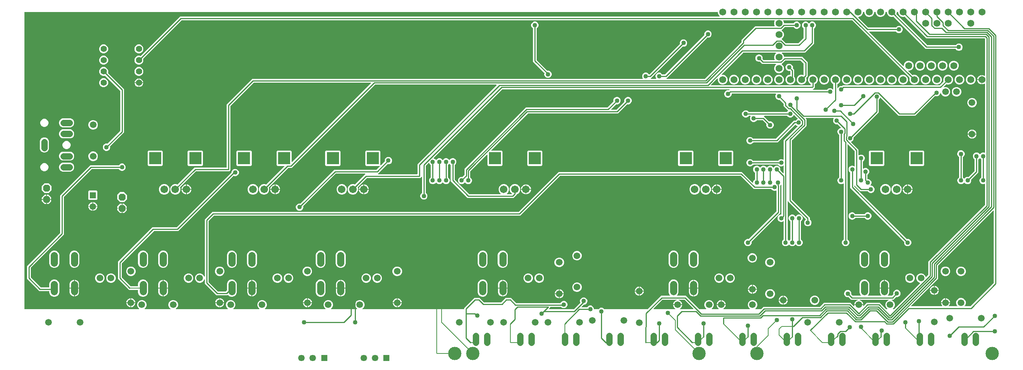
<source format=gbr>
G04 EAGLE Gerber RS-274X export*
G75*
%MOMM*%
%FSLAX34Y34*%
%LPD*%
%INBottom Copper*%
%IPPOS*%
%AMOC8*
5,1,8,0,0,1.08239X$1,22.5*%
G01*
G04 Define Apertures*
%ADD10P,1.73204X8X112.5*%
%ADD11R,1.459600X1.459600*%
%ADD12C,1.459600*%
%ADD13C,1.409600*%
%ADD14C,1.459600*%
%ADD15C,1.509600*%
%ADD16C,1.709600*%
%ADD17R,2.800000X2.800000*%
%ADD18C,1.625600*%
%ADD19C,1.574800*%
%ADD20C,1.389600*%
%ADD21C,3.000000*%
%ADD22C,1.016000*%
%ADD23C,0.243331*%
%ADD24C,0.203200*%
G36*
X487999Y500060D02*
X488249Y500232D01*
X488413Y500487D01*
X488463Y500786D01*
X488394Y501081D01*
X488241Y501301D01*
X485573Y503968D01*
X483952Y507882D01*
X483952Y512118D01*
X485573Y516032D01*
X488568Y519027D01*
X492482Y520648D01*
X496718Y520648D01*
X500632Y519027D01*
X503627Y516032D01*
X505248Y512118D01*
X505248Y507882D01*
X503627Y503968D01*
X500959Y501301D01*
X500792Y501048D01*
X500736Y500750D01*
X500801Y500454D01*
X500977Y500206D01*
X501235Y500047D01*
X501498Y500000D01*
X558502Y500000D01*
X558799Y500060D01*
X559049Y500232D01*
X559213Y500487D01*
X559263Y500786D01*
X559194Y501081D01*
X559041Y501301D01*
X556373Y503968D01*
X554752Y507882D01*
X554752Y512118D01*
X556373Y516032D01*
X559368Y519027D01*
X563282Y520648D01*
X567518Y520648D01*
X571432Y519027D01*
X574427Y516032D01*
X576048Y512118D01*
X576048Y507882D01*
X574427Y503968D01*
X571759Y501301D01*
X571592Y501048D01*
X571536Y500750D01*
X571601Y500454D01*
X571777Y500206D01*
X572035Y500047D01*
X572298Y500000D01*
X687702Y500000D01*
X687999Y500060D01*
X688249Y500232D01*
X688413Y500487D01*
X688463Y500786D01*
X688394Y501081D01*
X688241Y501301D01*
X685573Y503968D01*
X683952Y507882D01*
X683952Y512118D01*
X685573Y516032D01*
X688568Y519027D01*
X692482Y520648D01*
X696718Y520648D01*
X700632Y519027D01*
X703627Y516032D01*
X705248Y512118D01*
X705248Y507882D01*
X703627Y503968D01*
X700959Y501301D01*
X700792Y501048D01*
X700736Y500750D01*
X700801Y500454D01*
X700977Y500206D01*
X701235Y500047D01*
X701498Y500000D01*
X758502Y500000D01*
X758799Y500060D01*
X759049Y500232D01*
X759213Y500487D01*
X759263Y500786D01*
X759194Y501081D01*
X759041Y501301D01*
X756373Y503968D01*
X754752Y507882D01*
X754752Y512118D01*
X756373Y516032D01*
X759368Y519027D01*
X763282Y520648D01*
X767518Y520648D01*
X771432Y519027D01*
X774427Y516032D01*
X776048Y512118D01*
X776048Y507882D01*
X774427Y503968D01*
X771759Y501301D01*
X771592Y501048D01*
X771536Y500750D01*
X771601Y500454D01*
X771777Y500206D01*
X772035Y500047D01*
X772298Y500000D01*
X907702Y500000D01*
X907999Y500060D01*
X908249Y500232D01*
X908413Y500487D01*
X908463Y500786D01*
X908394Y501081D01*
X908241Y501301D01*
X905573Y503968D01*
X903952Y507882D01*
X903952Y512118D01*
X905573Y516032D01*
X908568Y519027D01*
X912482Y520648D01*
X916718Y520648D01*
X920632Y519027D01*
X923627Y516032D01*
X925248Y512118D01*
X925248Y507882D01*
X923627Y503968D01*
X920959Y501301D01*
X920792Y501048D01*
X920736Y500750D01*
X920801Y500454D01*
X920977Y500206D01*
X921235Y500047D01*
X921498Y500000D01*
X978502Y500000D01*
X978799Y500060D01*
X979049Y500232D01*
X979213Y500487D01*
X979263Y500786D01*
X979194Y501081D01*
X979041Y501301D01*
X976373Y503968D01*
X974752Y507882D01*
X974752Y512118D01*
X976373Y516032D01*
X979368Y519027D01*
X983282Y520648D01*
X987518Y520648D01*
X991432Y519027D01*
X994427Y516032D01*
X996048Y512118D01*
X996048Y507882D01*
X994427Y503968D01*
X991759Y501301D01*
X991592Y501048D01*
X991536Y500750D01*
X991601Y500454D01*
X991777Y500206D01*
X992035Y500047D01*
X992298Y500000D01*
X1219921Y500000D01*
X1220219Y500060D01*
X1220469Y500232D01*
X1220632Y500487D01*
X1220683Y500762D01*
X1220683Y502457D01*
X1243340Y525113D01*
X1255860Y525113D01*
X1265637Y515337D01*
X1265890Y515169D01*
X1266176Y515113D01*
X1303824Y515113D01*
X1304121Y515174D01*
X1304363Y515337D01*
X1314140Y525113D01*
X1326660Y525113D01*
X1337768Y514005D01*
X1338021Y513838D01*
X1338307Y513782D01*
X1437304Y513782D01*
X1437601Y513842D01*
X1437851Y514014D01*
X1438008Y514252D01*
X1438313Y514988D01*
X1440614Y517289D01*
X1443620Y518535D01*
X1446874Y518535D01*
X1449881Y517289D01*
X1452182Y514988D01*
X1453427Y511982D01*
X1453427Y508728D01*
X1452182Y505721D01*
X1449881Y503420D01*
X1446874Y502175D01*
X1443620Y502175D01*
X1440614Y503420D01*
X1439108Y504925D01*
X1438855Y505093D01*
X1438569Y505149D01*
X1415079Y505149D01*
X1414781Y505088D01*
X1414531Y504917D01*
X1414368Y504661D01*
X1414317Y504387D01*
X1414317Y503212D01*
X1412406Y501301D01*
X1412238Y501048D01*
X1412182Y500750D01*
X1412248Y500454D01*
X1412423Y500206D01*
X1412681Y500047D01*
X1412944Y500000D01*
X1467265Y500000D01*
X1467562Y500060D01*
X1467804Y500223D01*
X1482181Y514601D01*
X1482349Y514854D01*
X1482404Y515152D01*
X1482346Y515431D01*
X1481820Y516702D01*
X1481820Y519956D01*
X1483065Y522962D01*
X1485366Y525263D01*
X1488373Y526509D01*
X1491627Y526509D01*
X1494634Y525263D01*
X1496935Y522962D01*
X1498180Y519956D01*
X1498180Y516702D01*
X1496935Y513695D01*
X1494634Y511394D01*
X1491627Y510149D01*
X1490254Y510149D01*
X1489957Y510088D01*
X1489715Y509926D01*
X1485407Y505617D01*
X1485240Y505365D01*
X1485184Y505067D01*
X1485249Y504770D01*
X1485425Y504523D01*
X1485683Y504364D01*
X1485946Y504317D01*
X1497433Y504317D01*
X1497730Y504377D01*
X1497972Y504540D01*
X1500366Y506935D01*
X1503373Y508180D01*
X1506627Y508180D01*
X1509634Y506935D01*
X1511935Y504634D01*
X1513180Y501627D01*
X1513180Y500762D01*
X1513240Y500465D01*
X1513412Y500215D01*
X1513667Y500051D01*
X1513942Y500000D01*
X1523116Y500000D01*
X1523413Y500060D01*
X1523655Y500223D01*
X1525366Y501935D01*
X1528373Y503180D01*
X1531627Y503180D01*
X1534634Y501935D01*
X1536345Y500223D01*
X1536598Y500056D01*
X1536884Y500000D01*
X1633580Y500000D01*
X1633877Y500060D01*
X1634119Y500223D01*
X1664009Y530113D01*
X1683922Y530113D01*
X1684219Y530174D01*
X1684470Y530345D01*
X1684633Y530601D01*
X1684684Y530900D01*
X1684614Y531195D01*
X1684461Y531414D01*
X1682875Y533000D01*
X1681166Y537127D01*
X1681166Y557849D01*
X1682875Y561976D01*
X1686034Y565135D01*
X1690161Y566844D01*
X1694627Y566844D01*
X1698754Y565135D01*
X1701913Y561976D01*
X1703622Y557849D01*
X1703622Y537127D01*
X1701913Y533000D01*
X1700327Y531414D01*
X1700159Y531161D01*
X1700104Y530863D01*
X1700169Y530567D01*
X1700344Y530320D01*
X1700602Y530160D01*
X1700866Y530113D01*
X1720323Y530113D01*
X1750213Y500223D01*
X1750466Y500056D01*
X1750752Y500000D01*
X1765574Y500000D01*
X1765871Y500060D01*
X1766121Y500232D01*
X1766285Y500487D01*
X1766335Y500786D01*
X1766266Y501081D01*
X1766113Y501301D01*
X1763445Y503968D01*
X1761824Y507882D01*
X1761824Y512118D01*
X1763445Y516032D01*
X1766440Y519027D01*
X1770354Y520648D01*
X1774590Y520648D01*
X1778504Y519027D01*
X1781499Y516032D01*
X1783120Y512118D01*
X1783120Y507882D01*
X1781499Y503968D01*
X1778831Y501301D01*
X1778664Y501048D01*
X1778608Y500750D01*
X1778673Y500454D01*
X1778849Y500206D01*
X1779107Y500047D01*
X1779370Y500000D01*
X1793550Y500000D01*
X1793847Y500060D01*
X1794097Y500232D01*
X1794261Y500487D01*
X1794312Y500786D01*
X1794242Y501081D01*
X1794063Y501326D01*
X1793912Y501421D01*
X1791048Y504286D01*
X1789512Y507993D01*
X1789512Y509238D01*
X1809688Y509238D01*
X1809688Y507993D01*
X1808152Y504286D01*
X1805279Y501413D01*
X1805107Y501297D01*
X1804941Y501042D01*
X1804888Y500744D01*
X1804956Y500448D01*
X1805133Y500202D01*
X1805392Y500045D01*
X1805650Y500000D01*
X1863502Y500000D01*
X1863799Y500060D01*
X1864049Y500232D01*
X1864213Y500487D01*
X1864263Y500786D01*
X1864194Y501081D01*
X1864041Y501301D01*
X1861373Y503968D01*
X1859752Y507882D01*
X1859752Y512118D01*
X1861373Y516032D01*
X1864368Y519027D01*
X1868282Y520648D01*
X1872518Y520648D01*
X1876432Y519027D01*
X1879427Y516032D01*
X1881048Y512118D01*
X1881048Y507882D01*
X1879427Y503968D01*
X1876759Y501301D01*
X1876592Y501048D01*
X1876536Y500750D01*
X1876601Y500454D01*
X1876777Y500206D01*
X1877035Y500047D01*
X1877298Y500000D01*
X1889249Y500000D01*
X1889546Y500060D01*
X1889787Y500223D01*
X1894986Y505422D01*
X2021859Y505422D01*
X2022156Y505482D01*
X2022398Y505645D01*
X2030808Y514055D01*
X2091381Y514055D01*
X2098267Y507169D01*
X2098519Y507002D01*
X2098818Y506946D01*
X2099114Y507011D01*
X2099361Y507187D01*
X2099520Y507445D01*
X2099567Y507745D01*
X2099512Y507988D01*
X2099512Y509238D01*
X2119688Y509238D01*
X2119688Y507986D01*
X2119633Y507702D01*
X2119695Y507405D01*
X2119869Y507157D01*
X2120126Y506995D01*
X2120425Y506947D01*
X2120720Y507019D01*
X2120933Y507169D01*
X2127819Y514055D01*
X2157181Y514055D01*
X2171013Y500223D01*
X2171266Y500056D01*
X2171552Y500000D01*
X2173502Y500000D01*
X2173799Y500060D01*
X2174049Y500232D01*
X2174213Y500487D01*
X2174263Y500786D01*
X2174194Y501081D01*
X2174041Y501301D01*
X2171373Y503968D01*
X2169752Y507882D01*
X2169752Y512118D01*
X2171373Y516032D01*
X2174368Y519027D01*
X2176751Y520014D01*
X2177003Y520184D01*
X2177168Y520438D01*
X2177222Y520736D01*
X2177154Y521032D01*
X2176977Y521278D01*
X2176717Y521435D01*
X2176460Y521480D01*
X2112077Y521480D01*
X2111780Y521420D01*
X2111529Y521248D01*
X2111366Y520993D01*
X2111315Y520694D01*
X2111385Y520399D01*
X2111564Y520154D01*
X2111785Y520014D01*
X2115314Y518552D01*
X2118152Y515714D01*
X2119688Y512007D01*
X2119688Y510762D01*
X2099512Y510762D01*
X2099512Y512007D01*
X2101048Y515714D01*
X2103886Y518552D01*
X2107415Y520014D01*
X2107666Y520184D01*
X2107832Y520438D01*
X2107885Y520736D01*
X2107818Y521032D01*
X2107640Y521278D01*
X2107381Y521435D01*
X2107123Y521480D01*
X2092415Y521480D01*
X2087299Y526597D01*
X2087046Y526764D01*
X2086760Y526820D01*
X2083373Y526820D01*
X2080366Y528065D01*
X2078065Y530366D01*
X2076820Y533373D01*
X2076820Y536627D01*
X2078065Y539634D01*
X2080366Y541935D01*
X2083373Y543180D01*
X2086627Y543180D01*
X2089634Y541935D01*
X2091935Y539634D01*
X2093180Y536627D01*
X2093180Y533240D01*
X2093240Y532943D01*
X2093403Y532702D01*
X2095768Y530337D01*
X2096021Y530169D01*
X2096307Y530113D01*
X2113922Y530113D01*
X2114219Y530174D01*
X2114470Y530345D01*
X2114633Y530601D01*
X2114684Y530900D01*
X2114614Y531195D01*
X2114461Y531414D01*
X2112875Y533000D01*
X2111166Y537127D01*
X2111166Y557849D01*
X2112875Y561976D01*
X2116034Y565135D01*
X2120161Y566844D01*
X2124627Y566844D01*
X2128754Y565135D01*
X2131913Y561976D01*
X2133622Y557849D01*
X2133622Y537127D01*
X2131913Y533000D01*
X2130327Y531414D01*
X2130159Y531161D01*
X2130104Y530863D01*
X2130169Y530567D01*
X2130344Y530320D01*
X2130602Y530160D01*
X2130866Y530113D01*
X2159926Y530113D01*
X2160223Y530174D01*
X2160474Y530345D01*
X2160637Y530601D01*
X2160688Y530900D01*
X2160618Y531195D01*
X2160465Y531414D01*
X2158562Y533317D01*
X2156938Y537238D01*
X2156938Y546726D01*
X2178274Y546726D01*
X2178274Y537238D01*
X2176650Y533317D01*
X2174747Y531414D01*
X2174579Y531161D01*
X2174524Y530863D01*
X2174589Y530567D01*
X2174764Y530320D01*
X2175022Y530160D01*
X2175286Y530113D01*
X2183898Y530113D01*
X2184195Y530174D01*
X2184437Y530337D01*
X2187266Y533165D01*
X2187433Y533418D01*
X2187489Y533704D01*
X2187489Y537091D01*
X2188734Y540097D01*
X2191035Y542398D01*
X2194042Y543644D01*
X2197296Y543644D01*
X2200302Y542398D01*
X2202603Y540097D01*
X2203849Y537091D01*
X2203849Y533837D01*
X2202603Y530830D01*
X2200302Y528529D01*
X2197296Y527284D01*
X2193909Y527284D01*
X2193612Y527223D01*
X2193370Y527061D01*
X2187790Y521480D01*
X2184340Y521480D01*
X2184043Y521420D01*
X2183793Y521248D01*
X2183629Y520993D01*
X2183579Y520694D01*
X2183648Y520399D01*
X2183828Y520154D01*
X2184049Y520014D01*
X2186432Y519027D01*
X2189427Y516032D01*
X2191048Y512118D01*
X2191048Y507882D01*
X2189427Y503968D01*
X2186759Y501301D01*
X2186592Y501048D01*
X2186536Y500750D01*
X2186601Y500454D01*
X2186777Y500206D01*
X2187035Y500047D01*
X2187298Y500000D01*
X2188849Y500000D01*
X2189146Y500060D01*
X2189387Y500223D01*
X2247524Y558360D01*
X2247692Y558613D01*
X2247747Y558911D01*
X2247682Y559207D01*
X2247507Y559454D01*
X2247277Y559603D01*
X2243968Y560973D01*
X2240973Y563968D01*
X2239352Y567882D01*
X2239352Y572118D01*
X2240973Y576032D01*
X2243968Y579027D01*
X2247882Y580648D01*
X2252118Y580648D01*
X2256032Y579027D01*
X2259027Y576032D01*
X2260397Y572723D01*
X2260567Y572472D01*
X2260821Y572306D01*
X2261120Y572253D01*
X2261415Y572320D01*
X2261640Y572476D01*
X2266268Y577103D01*
X2266435Y577356D01*
X2266491Y577642D01*
X2266491Y607209D01*
X2393789Y734507D01*
X2393956Y734760D01*
X2394012Y735046D01*
X2394012Y781667D01*
X2393952Y781965D01*
X2393780Y782215D01*
X2393525Y782378D01*
X2393226Y782429D01*
X2392958Y782371D01*
X2391627Y781820D01*
X2388373Y781820D01*
X2385366Y783065D01*
X2383065Y785366D01*
X2381820Y788373D01*
X2381820Y791627D01*
X2383065Y794634D01*
X2385460Y797028D01*
X2385628Y797281D01*
X2385683Y797567D01*
X2385683Y837433D01*
X2385623Y837730D01*
X2385460Y837972D01*
X2383039Y840393D01*
X2382786Y840560D01*
X2382488Y840616D01*
X2382192Y840551D01*
X2381961Y840393D01*
X2379540Y837972D01*
X2379372Y837719D01*
X2379317Y837433D01*
X2379317Y808212D01*
X2363403Y792299D01*
X2363236Y792046D01*
X2363180Y791760D01*
X2363180Y788373D01*
X2361935Y785366D01*
X2359634Y783065D01*
X2356627Y781820D01*
X2353373Y781820D01*
X2350366Y783065D01*
X2348039Y785393D01*
X2347786Y785560D01*
X2347488Y785616D01*
X2347192Y785551D01*
X2346961Y785393D01*
X2344634Y783065D01*
X2341627Y781820D01*
X2338373Y781820D01*
X2335366Y783065D01*
X2333065Y785366D01*
X2331820Y788373D01*
X2331820Y791627D01*
X2333065Y794634D01*
X2335460Y797028D01*
X2335628Y797281D01*
X2335683Y797567D01*
X2335683Y842433D01*
X2335623Y842730D01*
X2335460Y842972D01*
X2333065Y845366D01*
X2331820Y848373D01*
X2331820Y851627D01*
X2333065Y854634D01*
X2335366Y856935D01*
X2338373Y858180D01*
X2341627Y858180D01*
X2344634Y856935D01*
X2346935Y854634D01*
X2348180Y851627D01*
X2348180Y848373D01*
X2346935Y845366D01*
X2344540Y842972D01*
X2344372Y842719D01*
X2344317Y842433D01*
X2344317Y797567D01*
X2344377Y797270D01*
X2344540Y797028D01*
X2346961Y794607D01*
X2347214Y794440D01*
X2347512Y794384D01*
X2347808Y794449D01*
X2348039Y794607D01*
X2350366Y796935D01*
X2353373Y798180D01*
X2356760Y798180D01*
X2357057Y798240D01*
X2357299Y798403D01*
X2370460Y811565D01*
X2370628Y811818D01*
X2370683Y812104D01*
X2370683Y837433D01*
X2370623Y837730D01*
X2370460Y837972D01*
X2368065Y840366D01*
X2366820Y843373D01*
X2366820Y846627D01*
X2368065Y849634D01*
X2370366Y851935D01*
X2373373Y853180D01*
X2376627Y853180D01*
X2379634Y851935D01*
X2381961Y849607D01*
X2382214Y849440D01*
X2382512Y849384D01*
X2382808Y849449D01*
X2383039Y849607D01*
X2385366Y851935D01*
X2388373Y853180D01*
X2391627Y853180D01*
X2392958Y852629D01*
X2393256Y852571D01*
X2393553Y852633D01*
X2393802Y852807D01*
X2393963Y853064D01*
X2394012Y853333D01*
X2394012Y1007684D01*
X2393952Y1007981D01*
X2393780Y1008231D01*
X2393525Y1008395D01*
X2393226Y1008445D01*
X2392958Y1008388D01*
X2389145Y1006808D01*
X2387836Y1006808D01*
X2387836Y1027636D01*
X2389145Y1027636D01*
X2392958Y1026057D01*
X2393256Y1025999D01*
X2393553Y1026062D01*
X2393802Y1026235D01*
X2393963Y1026492D01*
X2394012Y1026761D01*
X2394012Y1109568D01*
X2393952Y1109865D01*
X2393789Y1110106D01*
X2393435Y1110460D01*
X2393182Y1110628D01*
X2392896Y1110683D01*
X2262108Y1110683D01*
X2213717Y1159075D01*
X2213464Y1159243D01*
X2213166Y1159298D01*
X2212886Y1159240D01*
X2211457Y1158648D01*
X2207091Y1158648D01*
X2203058Y1160319D01*
X2199971Y1163406D01*
X2198300Y1167440D01*
X2198300Y1169238D01*
X2198240Y1169535D01*
X2198068Y1169785D01*
X2197813Y1169949D01*
X2197538Y1170000D01*
X2195610Y1170000D01*
X2195313Y1169940D01*
X2195063Y1169768D01*
X2194899Y1169513D01*
X2194848Y1169238D01*
X2194848Y1167440D01*
X2194256Y1166010D01*
X2194198Y1165713D01*
X2194261Y1165416D01*
X2194421Y1165180D01*
X2264100Y1095501D01*
X2264353Y1095334D01*
X2264639Y1095278D01*
X2328151Y1095278D01*
X2328448Y1095338D01*
X2328690Y1095501D01*
X2330726Y1097537D01*
X2333732Y1098782D01*
X2336986Y1098782D01*
X2339993Y1097537D01*
X2342294Y1095236D01*
X2343539Y1092229D01*
X2343539Y1088975D01*
X2342294Y1085968D01*
X2339993Y1083667D01*
X2336986Y1082422D01*
X2333732Y1082422D01*
X2330726Y1083667D01*
X2328425Y1085968D01*
X2328339Y1086174D01*
X2328170Y1086426D01*
X2327916Y1086591D01*
X2327635Y1086645D01*
X2260747Y1086645D01*
X2188317Y1159075D01*
X2188064Y1159243D01*
X2187766Y1159298D01*
X2187486Y1159240D01*
X2186057Y1158648D01*
X2181691Y1158648D01*
X2177658Y1160319D01*
X2174571Y1163406D01*
X2172900Y1167440D01*
X2172900Y1169238D01*
X2172840Y1169535D01*
X2172668Y1169785D01*
X2172413Y1169949D01*
X2172138Y1170000D01*
X2170210Y1170000D01*
X2169913Y1169940D01*
X2169663Y1169768D01*
X2169499Y1169513D01*
X2169448Y1169238D01*
X2169448Y1167440D01*
X2167777Y1163406D01*
X2164690Y1160319D01*
X2160657Y1158648D01*
X2156291Y1158648D01*
X2152258Y1160319D01*
X2149171Y1163406D01*
X2147500Y1167440D01*
X2147500Y1169238D01*
X2147440Y1169535D01*
X2147268Y1169785D01*
X2147013Y1169949D01*
X2146738Y1170000D01*
X2144810Y1170000D01*
X2144513Y1169940D01*
X2144263Y1169768D01*
X2144099Y1169513D01*
X2144048Y1169238D01*
X2144048Y1167440D01*
X2142377Y1163406D01*
X2139290Y1160319D01*
X2135257Y1158648D01*
X2130891Y1158648D01*
X2126858Y1160319D01*
X2123771Y1163406D01*
X2122100Y1167440D01*
X2122100Y1169238D01*
X2122040Y1169535D01*
X2121868Y1169785D01*
X2121613Y1169949D01*
X2121338Y1170000D01*
X2119410Y1170000D01*
X2119113Y1169940D01*
X2118863Y1169768D01*
X2118699Y1169513D01*
X2118648Y1169238D01*
X2118648Y1167440D01*
X2116977Y1163406D01*
X2113890Y1160319D01*
X2109857Y1158648D01*
X2109296Y1158648D01*
X2108999Y1158588D01*
X2108749Y1158417D01*
X2108585Y1158161D01*
X2108534Y1157862D01*
X2108604Y1157567D01*
X2108757Y1157348D01*
X2131206Y1134899D01*
X2131458Y1134732D01*
X2131744Y1134676D01*
X2192792Y1134676D01*
X2193089Y1134736D01*
X2193331Y1134899D01*
X2195726Y1137294D01*
X2198732Y1138539D01*
X2201986Y1138539D01*
X2204993Y1137294D01*
X2207294Y1134993D01*
X2208539Y1131986D01*
X2208539Y1128732D01*
X2207294Y1125726D01*
X2204993Y1123425D01*
X2201986Y1122179D01*
X2198732Y1122179D01*
X2195726Y1123425D01*
X2193331Y1125819D01*
X2193078Y1125987D01*
X2192792Y1126043D01*
X2133798Y1126043D01*
X2133501Y1125982D01*
X2133251Y1125811D01*
X2133087Y1125555D01*
X2133036Y1125256D01*
X2133106Y1124961D01*
X2133259Y1124742D01*
X2209699Y1048302D01*
X2209952Y1048134D01*
X2210250Y1048079D01*
X2210546Y1048144D01*
X2210794Y1048319D01*
X2210953Y1048577D01*
X2211000Y1048841D01*
X2211000Y1051155D01*
X2212671Y1055189D01*
X2215758Y1058276D01*
X2219791Y1059946D01*
X2224157Y1059946D01*
X2228190Y1058276D01*
X2231277Y1055189D01*
X2232948Y1051155D01*
X2232948Y1046790D01*
X2231277Y1042756D01*
X2228190Y1039669D01*
X2224157Y1037998D01*
X2221842Y1037998D01*
X2221545Y1037938D01*
X2221295Y1037767D01*
X2221132Y1037511D01*
X2221081Y1037212D01*
X2221151Y1036917D01*
X2221304Y1036698D01*
X2230232Y1027770D01*
X2230484Y1027602D01*
X2230782Y1027546D01*
X2231062Y1027604D01*
X2232491Y1028196D01*
X2236857Y1028196D01*
X2240890Y1026526D01*
X2243977Y1023439D01*
X2245648Y1019405D01*
X2245648Y1015040D01*
X2243977Y1011006D01*
X2240890Y1007919D01*
X2236857Y1006248D01*
X2232491Y1006248D01*
X2228458Y1007919D01*
X2225371Y1011006D01*
X2223700Y1015040D01*
X2223700Y1019405D01*
X2224292Y1020834D01*
X2224350Y1021132D01*
X2224287Y1021429D01*
X2224127Y1021665D01*
X2094986Y1150805D01*
X2094734Y1150973D01*
X2094448Y1151028D01*
X1940073Y1151028D01*
X1939776Y1150968D01*
X1939526Y1150797D01*
X1939363Y1150541D01*
X1939312Y1150242D01*
X1939369Y1149975D01*
X1940848Y1146405D01*
X1940848Y1145079D01*
X1940908Y1144781D01*
X1941080Y1144531D01*
X1941335Y1144368D01*
X1941610Y1144317D01*
X1962433Y1144317D01*
X1962730Y1144377D01*
X1962972Y1144540D01*
X1965366Y1146935D01*
X1968373Y1148180D01*
X1971627Y1148180D01*
X1974634Y1146935D01*
X1976935Y1144634D01*
X1978180Y1141627D01*
X1978180Y1138373D01*
X1976935Y1135366D01*
X1974634Y1133065D01*
X1971627Y1131820D01*
X1968373Y1131820D01*
X1965366Y1133065D01*
X1962972Y1135460D01*
X1962719Y1135628D01*
X1962433Y1135683D01*
X1943485Y1135683D01*
X1943188Y1135623D01*
X1942946Y1135460D01*
X1936390Y1128904D01*
X1936222Y1128651D01*
X1936167Y1128353D01*
X1936232Y1128057D01*
X1936390Y1127826D01*
X1939177Y1125039D01*
X1940848Y1121005D01*
X1940848Y1116640D01*
X1939177Y1112606D01*
X1936390Y1109819D01*
X1936222Y1109566D01*
X1936167Y1109268D01*
X1936232Y1108972D01*
X1936390Y1108741D01*
X1945591Y1099540D01*
X1945844Y1099372D01*
X1946130Y1099317D01*
X1972896Y1099317D01*
X1973194Y1099377D01*
X1973435Y1099540D01*
X1985460Y1111565D01*
X1985628Y1111818D01*
X1985683Y1112104D01*
X1985683Y1132433D01*
X1985623Y1132730D01*
X1985460Y1132972D01*
X1983065Y1135366D01*
X1981820Y1138373D01*
X1981820Y1141627D01*
X1983065Y1144634D01*
X1985366Y1146935D01*
X1988373Y1148180D01*
X1991627Y1148180D01*
X1994634Y1146935D01*
X1996961Y1144607D01*
X1997214Y1144440D01*
X1997512Y1144384D01*
X1997808Y1144449D01*
X1998039Y1144607D01*
X2000366Y1146935D01*
X2003373Y1148180D01*
X2006627Y1148180D01*
X2009634Y1146935D01*
X2011935Y1144634D01*
X2013180Y1141627D01*
X2013180Y1138373D01*
X2011935Y1135366D01*
X2009540Y1132972D01*
X2009372Y1132719D01*
X2009317Y1132433D01*
X2009317Y1098212D01*
X1989088Y1077983D01*
X1937273Y1077983D01*
X1936975Y1077923D01*
X1936725Y1077751D01*
X1936562Y1077496D01*
X1936511Y1077197D01*
X1936581Y1076902D01*
X1936734Y1076682D01*
X1939177Y1074239D01*
X1940848Y1070205D01*
X1940848Y1070079D01*
X1940908Y1069781D01*
X1941080Y1069531D01*
X1941335Y1069368D01*
X1941610Y1069317D01*
X1981788Y1069317D01*
X1994317Y1056788D01*
X1994317Y1024760D01*
X1991221Y1021665D01*
X1991054Y1021412D01*
X1990998Y1021114D01*
X1991056Y1020834D01*
X1991648Y1019405D01*
X1991648Y1015040D01*
X1989977Y1011006D01*
X1986890Y1007919D01*
X1982857Y1006248D01*
X1978491Y1006248D01*
X1974458Y1007919D01*
X1971371Y1011006D01*
X1969700Y1015040D01*
X1969700Y1019405D01*
X1971371Y1023439D01*
X1974458Y1026526D01*
X1978491Y1028196D01*
X1982857Y1028196D01*
X1984286Y1027604D01*
X1984584Y1027546D01*
X1984880Y1027609D01*
X1985117Y1027770D01*
X1985460Y1028113D01*
X1985628Y1028366D01*
X1985683Y1028652D01*
X1985683Y1052896D01*
X1985623Y1053194D01*
X1985460Y1053435D01*
X1978435Y1060460D01*
X1978182Y1060628D01*
X1977896Y1060683D01*
X1944685Y1060683D01*
X1944388Y1060623D01*
X1944146Y1060460D01*
X1936390Y1052704D01*
X1936222Y1052451D01*
X1936167Y1052153D01*
X1936232Y1051857D01*
X1936390Y1051626D01*
X1939177Y1048839D01*
X1940848Y1044805D01*
X1940848Y1040440D01*
X1939177Y1036406D01*
X1936090Y1033319D01*
X1932057Y1031648D01*
X1927691Y1031648D01*
X1923658Y1033319D01*
X1920571Y1036406D01*
X1918900Y1040440D01*
X1918900Y1044805D01*
X1920571Y1048839D01*
X1923014Y1051282D01*
X1923182Y1051535D01*
X1923237Y1051833D01*
X1923172Y1052129D01*
X1922997Y1052377D01*
X1922739Y1052536D01*
X1922475Y1052583D01*
X1892088Y1052583D01*
X1887299Y1057373D01*
X1887046Y1057540D01*
X1886760Y1057596D01*
X1883373Y1057596D01*
X1880366Y1058841D01*
X1878065Y1061142D01*
X1876820Y1064149D01*
X1876820Y1067403D01*
X1878065Y1070409D01*
X1880366Y1072710D01*
X1883373Y1073956D01*
X1886627Y1073956D01*
X1889634Y1072710D01*
X1891935Y1070409D01*
X1893180Y1067403D01*
X1893180Y1064016D01*
X1893240Y1063719D01*
X1893403Y1063477D01*
X1895441Y1061440D01*
X1895694Y1061272D01*
X1895980Y1061216D01*
X1919675Y1061216D01*
X1919972Y1061277D01*
X1920222Y1061448D01*
X1920385Y1061704D01*
X1920436Y1062003D01*
X1920379Y1062270D01*
X1918900Y1065840D01*
X1918900Y1070205D01*
X1920571Y1074239D01*
X1923014Y1076682D01*
X1923182Y1076935D01*
X1923237Y1077233D01*
X1923172Y1077529D01*
X1922997Y1077777D01*
X1922739Y1077936D01*
X1922475Y1077983D01*
X1849403Y1077983D01*
X1849106Y1077923D01*
X1848865Y1077760D01*
X1800602Y1029497D01*
X1800434Y1029244D01*
X1800379Y1028946D01*
X1800444Y1028650D01*
X1800619Y1028403D01*
X1800877Y1028243D01*
X1801141Y1028196D01*
X1805057Y1028196D01*
X1809090Y1026526D01*
X1812177Y1023439D01*
X1813848Y1019405D01*
X1813848Y1015040D01*
X1812177Y1011006D01*
X1809090Y1007919D01*
X1805057Y1006248D01*
X1800691Y1006248D01*
X1796658Y1007919D01*
X1793571Y1011006D01*
X1791900Y1015040D01*
X1791900Y1018956D01*
X1791840Y1019253D01*
X1791668Y1019503D01*
X1791413Y1019666D01*
X1791114Y1019717D01*
X1790819Y1019648D01*
X1790599Y1019495D01*
X1776722Y1005617D01*
X1776555Y1005365D01*
X1776499Y1005067D01*
X1776564Y1004770D01*
X1776740Y1004523D01*
X1776998Y1004364D01*
X1777261Y1004317D01*
X2000995Y1004317D01*
X2001293Y1004377D01*
X2001543Y1004549D01*
X2001706Y1004804D01*
X2001757Y1005079D01*
X2001757Y1006623D01*
X2001697Y1006920D01*
X2001526Y1007170D01*
X2001287Y1007327D01*
X1999858Y1007919D01*
X1996771Y1011006D01*
X1995100Y1015040D01*
X1995100Y1019405D01*
X1996771Y1023439D01*
X1999858Y1026526D01*
X2003891Y1028196D01*
X2008257Y1028196D01*
X2012290Y1026526D01*
X2015377Y1023439D01*
X2017048Y1019405D01*
X2017048Y1015040D01*
X2015377Y1011006D01*
X2012290Y1007919D01*
X2010861Y1007327D01*
X2010610Y1007158D01*
X2010444Y1006903D01*
X2010391Y1006623D01*
X2010391Y999286D01*
X2006722Y995617D01*
X2006555Y995365D01*
X2006499Y995067D01*
X2006564Y994770D01*
X2006740Y994523D01*
X2006998Y994364D01*
X2007261Y994317D01*
X2037433Y994317D01*
X2037730Y994377D01*
X2037972Y994540D01*
X2040366Y996935D01*
X2043373Y998180D01*
X2046627Y998180D01*
X2049634Y996935D01*
X2051257Y995312D01*
X2051509Y995144D01*
X2051808Y995089D01*
X2052104Y995154D01*
X2052351Y995329D01*
X2052510Y995587D01*
X2052557Y995851D01*
X2052557Y1006623D01*
X2052497Y1006920D01*
X2052326Y1007170D01*
X2052087Y1007327D01*
X2050658Y1007919D01*
X2047571Y1011006D01*
X2045900Y1015040D01*
X2045900Y1019405D01*
X2047571Y1023439D01*
X2050658Y1026526D01*
X2054691Y1028196D01*
X2059057Y1028196D01*
X2063090Y1026526D01*
X2066177Y1023439D01*
X2067848Y1019405D01*
X2067848Y1015040D01*
X2066177Y1011006D01*
X2063090Y1007919D01*
X2061661Y1007327D01*
X2061410Y1007158D01*
X2061244Y1006903D01*
X2061191Y1006623D01*
X2061191Y998939D01*
X2061251Y998641D01*
X2061423Y998391D01*
X2061678Y998228D01*
X2061977Y998177D01*
X2062272Y998247D01*
X2062517Y998426D01*
X2062657Y998647D01*
X2063065Y999634D01*
X2065366Y1001935D01*
X2068373Y1003180D01*
X2071760Y1003180D01*
X2072057Y1003240D01*
X2072299Y1003403D01*
X2073212Y1004317D01*
X2291548Y1004317D01*
X2291845Y1004377D01*
X2292087Y1004540D01*
X2300327Y1012780D01*
X2300494Y1013033D01*
X2300550Y1013331D01*
X2300492Y1013610D01*
X2299900Y1015040D01*
X2299900Y1019405D01*
X2301571Y1023439D01*
X2304658Y1026526D01*
X2308691Y1028196D01*
X2313057Y1028196D01*
X2317090Y1026526D01*
X2320177Y1023439D01*
X2321848Y1019405D01*
X2321848Y1015040D01*
X2320177Y1011006D01*
X2317090Y1007919D01*
X2313057Y1006248D01*
X2308691Y1006248D01*
X2307262Y1006840D01*
X2306964Y1006898D01*
X2306668Y1006836D01*
X2306432Y1006675D01*
X2301361Y1001605D01*
X2301194Y1001352D01*
X2301138Y1001054D01*
X2301203Y1000758D01*
X2301379Y1000510D01*
X2301637Y1000351D01*
X2301936Y1000305D01*
X2302192Y1000362D01*
X2302882Y1000648D01*
X2307118Y1000648D01*
X2311032Y999027D01*
X2314027Y996032D01*
X2315648Y992118D01*
X2315648Y987882D01*
X2314027Y983968D01*
X2311032Y980973D01*
X2307118Y979352D01*
X2302882Y979352D01*
X2298968Y980973D01*
X2295973Y983968D01*
X2294646Y987172D01*
X2294477Y987424D01*
X2294222Y987589D01*
X2293924Y987642D01*
X2293628Y987575D01*
X2293382Y987398D01*
X2293225Y987138D01*
X2293180Y986881D01*
X2293180Y986342D01*
X2291935Y983336D01*
X2289634Y981035D01*
X2286627Y979789D01*
X2283373Y979789D01*
X2282090Y980321D01*
X2281793Y980379D01*
X2281496Y980316D01*
X2281260Y980155D01*
X2236788Y935683D01*
X2199272Y935683D01*
X2158729Y976227D01*
X2158476Y976394D01*
X2158178Y976450D01*
X2157882Y976385D01*
X2157634Y976209D01*
X2157486Y975979D01*
X2156935Y974648D01*
X2154540Y972253D01*
X2154372Y972000D01*
X2154317Y971714D01*
X2154317Y943279D01*
X2098336Y887299D01*
X2098169Y887046D01*
X2098113Y886760D01*
X2098113Y883373D01*
X2096867Y880366D01*
X2094566Y878065D01*
X2093235Y877514D01*
X2092984Y877344D01*
X2092818Y877090D01*
X2092765Y876792D01*
X2092832Y876496D01*
X2092988Y876271D01*
X2109317Y859942D01*
X2109317Y847640D01*
X2109377Y847343D01*
X2109549Y847093D01*
X2109804Y846929D01*
X2110103Y846879D01*
X2110370Y846936D01*
X2113373Y848180D01*
X2116627Y848180D01*
X2119634Y846935D01*
X2121935Y844634D01*
X2123180Y841627D01*
X2123180Y838373D01*
X2121935Y835366D01*
X2119540Y832972D01*
X2119372Y832719D01*
X2119317Y832433D01*
X2119317Y817640D01*
X2119377Y817343D01*
X2119549Y817093D01*
X2119804Y816929D01*
X2120103Y816879D01*
X2120370Y816936D01*
X2123373Y818180D01*
X2126627Y818180D01*
X2129634Y816935D01*
X2131935Y814634D01*
X2133180Y811627D01*
X2133180Y808373D01*
X2131935Y805366D01*
X2129540Y802972D01*
X2129372Y802719D01*
X2129317Y802433D01*
X2129317Y793942D01*
X2129377Y793645D01*
X2129549Y793395D01*
X2129804Y793231D01*
X2130079Y793180D01*
X2131627Y793180D01*
X2134634Y791935D01*
X2136935Y789634D01*
X2138180Y786627D01*
X2138180Y783373D01*
X2136935Y780366D01*
X2136049Y779481D01*
X2135882Y779228D01*
X2135826Y778930D01*
X2135891Y778634D01*
X2136067Y778386D01*
X2136325Y778227D01*
X2136588Y778180D01*
X2138658Y778180D01*
X2141664Y776935D01*
X2143965Y774634D01*
X2145211Y771627D01*
X2145211Y768373D01*
X2143965Y765366D01*
X2141664Y763065D01*
X2138658Y761820D01*
X2135404Y761820D01*
X2132397Y763065D01*
X2130002Y765460D01*
X2129749Y765628D01*
X2129463Y765683D01*
X2113212Y765683D01*
X2100617Y778278D01*
X2100365Y778445D01*
X2100067Y778501D01*
X2099770Y778436D01*
X2099523Y778260D01*
X2099364Y778002D01*
X2099317Y777739D01*
X2099317Y777104D01*
X2099377Y776806D01*
X2099540Y776565D01*
X2217702Y658403D01*
X2217954Y658236D01*
X2218240Y658180D01*
X2221627Y658180D01*
X2224634Y656935D01*
X2226935Y654634D01*
X2228180Y651627D01*
X2228180Y648373D01*
X2226935Y645366D01*
X2224634Y643065D01*
X2221627Y641820D01*
X2218373Y641820D01*
X2215366Y643065D01*
X2213065Y645366D01*
X2211820Y648373D01*
X2211820Y651760D01*
X2211760Y652057D01*
X2211597Y652299D01*
X2090683Y773212D01*
X2090683Y807433D01*
X2090623Y807730D01*
X2090460Y807972D01*
X2088065Y810366D01*
X2086820Y813373D01*
X2086820Y816627D01*
X2088065Y819634D01*
X2090366Y821935D01*
X2093373Y823180D01*
X2096627Y823180D01*
X2099630Y821936D01*
X2099927Y821878D01*
X2100224Y821941D01*
X2100473Y822114D01*
X2100634Y822371D01*
X2100683Y822640D01*
X2100683Y856051D01*
X2100623Y856348D01*
X2100460Y856589D01*
X2085617Y871432D01*
X2085365Y871600D01*
X2085067Y871655D01*
X2084770Y871590D01*
X2084523Y871415D01*
X2084364Y871157D01*
X2084317Y870893D01*
X2084317Y657567D01*
X2084377Y657270D01*
X2084540Y657028D01*
X2086935Y654634D01*
X2088180Y651627D01*
X2088180Y648373D01*
X2086935Y645366D01*
X2084634Y643065D01*
X2081627Y641820D01*
X2078373Y641820D01*
X2075366Y643065D01*
X2073065Y645366D01*
X2071820Y648373D01*
X2071820Y651627D01*
X2073065Y654634D01*
X2075460Y657028D01*
X2075628Y657281D01*
X2075683Y657567D01*
X2075683Y782360D01*
X2075623Y782657D01*
X2075452Y782907D01*
X2075196Y783071D01*
X2074897Y783121D01*
X2074630Y783064D01*
X2071627Y781820D01*
X2068373Y781820D01*
X2065366Y783065D01*
X2063065Y785366D01*
X2061820Y788373D01*
X2061820Y791627D01*
X2063065Y794634D01*
X2065460Y797028D01*
X2065628Y797281D01*
X2065683Y797567D01*
X2065683Y892433D01*
X2065623Y892730D01*
X2065460Y892972D01*
X2063065Y895366D01*
X2061820Y898373D01*
X2061820Y901627D01*
X2063065Y904634D01*
X2065366Y906935D01*
X2068373Y908180D01*
X2068876Y908180D01*
X2069173Y908240D01*
X2069423Y908412D01*
X2069586Y908667D01*
X2069637Y908966D01*
X2069568Y909261D01*
X2069415Y909481D01*
X2062299Y916597D01*
X2062046Y916764D01*
X2061760Y916820D01*
X2058373Y916820D01*
X2055366Y918065D01*
X2053065Y920366D01*
X2051820Y923373D01*
X2051820Y926627D01*
X2053064Y929630D01*
X2053122Y929927D01*
X2053059Y930224D01*
X2052886Y930473D01*
X2052629Y930634D01*
X2052360Y930683D01*
X1991073Y930683D01*
X1990776Y930623D01*
X1990526Y930452D01*
X1990362Y930196D01*
X1990311Y929897D01*
X1990381Y929602D01*
X1990534Y929383D01*
X1991737Y928180D01*
X1991737Y913286D01*
X1959540Y881089D01*
X1959372Y880836D01*
X1959317Y880550D01*
X1959317Y747104D01*
X1959377Y746806D01*
X1959540Y746565D01*
X1999317Y706788D01*
X1999317Y702567D01*
X1999377Y702270D01*
X1999540Y702028D01*
X2001935Y699634D01*
X2003180Y696627D01*
X2003180Y693373D01*
X2001935Y690366D01*
X1999634Y688065D01*
X1996627Y686820D01*
X1993373Y686820D01*
X1990366Y688065D01*
X1988065Y690366D01*
X1986820Y693373D01*
X1986820Y696627D01*
X1988065Y699634D01*
X1990460Y702028D01*
X1990628Y702281D01*
X1990683Y702567D01*
X1990683Y702896D01*
X1990623Y703194D01*
X1990460Y703435D01*
X1950617Y743278D01*
X1950365Y743445D01*
X1950067Y743501D01*
X1949770Y743436D01*
X1949523Y743260D01*
X1949364Y743002D01*
X1949317Y742739D01*
X1949317Y657567D01*
X1949377Y657270D01*
X1949540Y657028D01*
X1951961Y654607D01*
X1952214Y654440D01*
X1952512Y654384D01*
X1952808Y654449D01*
X1953039Y654607D01*
X1955460Y657028D01*
X1955628Y657281D01*
X1955683Y657567D01*
X1955683Y697433D01*
X1955623Y697730D01*
X1955460Y697972D01*
X1953065Y700366D01*
X1951820Y703373D01*
X1951820Y706627D01*
X1953065Y709634D01*
X1955366Y711935D01*
X1958373Y713180D01*
X1961627Y713180D01*
X1964634Y711935D01*
X1966961Y709607D01*
X1967214Y709440D01*
X1967512Y709384D01*
X1967808Y709449D01*
X1968039Y709607D01*
X1970366Y711935D01*
X1973373Y713180D01*
X1976627Y713180D01*
X1979634Y711935D01*
X1981935Y709634D01*
X1983180Y706627D01*
X1983180Y703373D01*
X1981935Y700366D01*
X1979540Y697972D01*
X1979372Y697719D01*
X1979317Y697433D01*
X1979317Y657567D01*
X1979377Y657270D01*
X1979540Y657028D01*
X1981935Y654634D01*
X1983180Y651627D01*
X1983180Y648373D01*
X1981935Y645366D01*
X1979634Y643065D01*
X1976627Y641820D01*
X1973373Y641820D01*
X1970366Y643065D01*
X1968039Y645393D01*
X1967786Y645560D01*
X1967488Y645616D01*
X1967192Y645551D01*
X1966961Y645393D01*
X1964634Y643065D01*
X1961627Y641820D01*
X1958373Y641820D01*
X1955366Y643065D01*
X1953039Y645393D01*
X1952786Y645560D01*
X1952488Y645616D01*
X1952192Y645551D01*
X1951961Y645393D01*
X1949634Y643065D01*
X1946627Y641820D01*
X1943373Y641820D01*
X1940366Y643065D01*
X1938065Y645366D01*
X1936820Y648373D01*
X1936820Y651627D01*
X1938065Y654634D01*
X1940460Y657028D01*
X1940628Y657281D01*
X1940683Y657567D01*
X1940683Y697360D01*
X1940623Y697657D01*
X1940452Y697907D01*
X1940196Y698071D01*
X1939897Y698121D01*
X1939630Y698064D01*
X1936627Y696820D01*
X1933373Y696820D01*
X1930366Y698065D01*
X1928065Y700366D01*
X1926820Y703373D01*
X1926820Y706627D01*
X1928065Y709634D01*
X1930366Y711935D01*
X1933373Y713180D01*
X1934921Y713180D01*
X1935219Y713240D01*
X1935469Y713412D01*
X1935632Y713667D01*
X1935683Y713942D01*
X1935683Y779306D01*
X1935623Y779603D01*
X1935452Y779853D01*
X1935196Y780017D01*
X1934897Y780068D01*
X1934602Y779998D01*
X1934383Y779845D01*
X1932869Y778331D01*
X1932701Y778078D01*
X1932645Y777792D01*
X1932645Y716541D01*
X1868403Y652299D01*
X1868236Y652046D01*
X1868180Y651760D01*
X1868180Y648373D01*
X1866935Y645366D01*
X1864634Y643065D01*
X1861627Y641820D01*
X1858373Y641820D01*
X1855366Y643065D01*
X1853065Y645366D01*
X1851820Y648373D01*
X1851820Y651627D01*
X1853065Y654634D01*
X1855366Y656935D01*
X1858373Y658180D01*
X1861760Y658180D01*
X1862057Y658240D01*
X1862299Y658403D01*
X1923789Y719894D01*
X1923956Y720146D01*
X1924012Y720432D01*
X1924012Y766667D01*
X1923952Y766965D01*
X1923780Y767215D01*
X1923525Y767378D01*
X1923226Y767429D01*
X1922958Y767371D01*
X1921627Y766820D01*
X1918373Y766820D01*
X1915366Y768065D01*
X1912972Y770460D01*
X1912719Y770628D01*
X1912433Y770683D01*
X1873212Y770683D01*
X1843435Y800460D01*
X1843182Y800628D01*
X1842896Y800683D01*
X1437104Y800683D01*
X1436806Y800623D01*
X1436565Y800460D01*
X1346788Y710683D01*
X657104Y710683D01*
X656806Y710623D01*
X656565Y710460D01*
X645337Y699232D01*
X645169Y698979D01*
X645113Y698693D01*
X645113Y561307D01*
X645174Y561010D01*
X645337Y560768D01*
X666168Y539937D01*
X666421Y539769D01*
X666707Y539713D01*
X683293Y539713D01*
X683590Y539774D01*
X683832Y539937D01*
X685943Y542048D01*
X686110Y542300D01*
X686166Y542586D01*
X686166Y557849D01*
X687875Y561976D01*
X691034Y565135D01*
X695161Y566844D01*
X699627Y566844D01*
X703754Y565135D01*
X706913Y561976D01*
X708622Y557849D01*
X708622Y537127D01*
X706913Y533000D01*
X703754Y529841D01*
X699627Y528132D01*
X695161Y528132D01*
X691034Y529841D01*
X689029Y531846D01*
X688776Y532014D01*
X688478Y532070D01*
X688182Y532004D01*
X687951Y531846D01*
X687185Y531080D01*
X662815Y531080D01*
X636480Y557415D01*
X636480Y566060D01*
X636420Y566357D01*
X636248Y566607D01*
X635993Y566771D01*
X635694Y566821D01*
X635399Y566752D01*
X635154Y566572D01*
X635014Y566351D01*
X634027Y563968D01*
X631032Y560973D01*
X627118Y559352D01*
X622882Y559352D01*
X618968Y560973D01*
X615973Y563968D01*
X614352Y567882D01*
X614352Y572118D01*
X615973Y576032D01*
X618968Y579027D01*
X622882Y580648D01*
X627118Y580648D01*
X631032Y579027D01*
X634027Y576032D01*
X635014Y573649D01*
X635184Y573397D01*
X635438Y573232D01*
X635736Y573178D01*
X636032Y573246D01*
X636278Y573423D01*
X636435Y573683D01*
X636480Y573940D01*
X636480Y702585D01*
X653212Y719317D01*
X1342896Y719317D01*
X1343194Y719377D01*
X1343435Y719540D01*
X1433212Y809317D01*
X1846788Y809317D01*
X1870519Y785586D01*
X1870772Y785418D01*
X1871070Y785362D01*
X1871366Y785428D01*
X1871614Y785603D01*
X1871773Y785861D01*
X1871820Y786124D01*
X1871820Y786627D01*
X1873065Y789634D01*
X1875460Y792028D01*
X1875628Y792281D01*
X1875683Y792567D01*
X1875683Y807433D01*
X1875623Y807730D01*
X1875460Y807972D01*
X1873065Y810366D01*
X1871820Y813373D01*
X1871820Y816627D01*
X1873065Y819634D01*
X1875366Y821935D01*
X1878373Y823180D01*
X1881627Y823180D01*
X1884634Y821935D01*
X1886961Y819607D01*
X1887214Y819440D01*
X1887512Y819384D01*
X1887808Y819449D01*
X1888039Y819607D01*
X1890366Y821935D01*
X1893373Y823180D01*
X1896627Y823180D01*
X1899634Y821935D01*
X1901961Y819607D01*
X1902214Y819440D01*
X1902512Y819384D01*
X1902808Y819449D01*
X1903039Y819607D01*
X1905366Y821935D01*
X1908373Y823180D01*
X1911627Y823180D01*
X1914634Y821935D01*
X1916961Y819607D01*
X1917214Y819440D01*
X1917512Y819384D01*
X1917808Y819449D01*
X1918039Y819607D01*
X1920366Y821935D01*
X1923373Y823180D01*
X1926627Y823180D01*
X1929276Y822083D01*
X1929573Y822025D01*
X1929703Y822053D01*
X1929744Y821888D01*
X1929894Y821674D01*
X1931935Y819634D01*
X1933180Y816627D01*
X1933180Y813240D01*
X1933240Y812943D01*
X1933403Y812702D01*
X1939383Y806722D01*
X1939635Y806555D01*
X1939934Y806499D01*
X1940230Y806564D01*
X1940477Y806740D01*
X1940636Y806998D01*
X1940683Y807261D01*
X1940683Y822360D01*
X1940623Y822657D01*
X1940452Y822907D01*
X1940196Y823071D01*
X1939897Y823121D01*
X1939630Y823064D01*
X1936627Y821820D01*
X1933373Y821820D01*
X1930725Y822917D01*
X1930427Y822975D01*
X1930297Y822947D01*
X1930256Y823112D01*
X1930106Y823326D01*
X1927972Y825460D01*
X1927719Y825628D01*
X1927433Y825683D01*
X1872567Y825683D01*
X1872270Y825623D01*
X1872028Y825460D01*
X1869634Y823065D01*
X1866627Y821820D01*
X1863373Y821820D01*
X1860366Y823065D01*
X1858065Y825366D01*
X1856820Y828373D01*
X1856820Y831627D01*
X1858065Y834634D01*
X1860366Y836935D01*
X1863373Y838180D01*
X1866627Y838180D01*
X1869634Y836935D01*
X1872028Y834540D01*
X1872281Y834372D01*
X1872567Y834317D01*
X1927433Y834317D01*
X1927730Y834377D01*
X1927972Y834540D01*
X1930366Y836935D01*
X1933373Y838180D01*
X1936627Y838180D01*
X1939630Y836936D01*
X1939927Y836878D01*
X1940224Y836941D01*
X1940473Y837114D01*
X1940634Y837371D01*
X1940683Y837640D01*
X1940683Y880757D01*
X1971571Y911645D01*
X1971739Y911897D01*
X1971794Y912196D01*
X1971729Y912492D01*
X1971554Y912739D01*
X1971324Y912887D01*
X1969993Y913439D01*
X1967807Y915625D01*
X1967554Y915792D01*
X1967256Y915848D01*
X1966960Y915783D01*
X1966729Y915625D01*
X1926788Y875683D01*
X1872567Y875683D01*
X1872270Y875623D01*
X1872028Y875460D01*
X1869634Y873065D01*
X1866627Y871820D01*
X1863373Y871820D01*
X1860366Y873065D01*
X1858065Y875366D01*
X1856820Y878373D01*
X1856820Y881627D01*
X1858065Y884634D01*
X1860366Y886935D01*
X1863373Y888180D01*
X1866627Y888180D01*
X1869634Y886935D01*
X1872028Y884540D01*
X1872281Y884372D01*
X1872567Y884317D01*
X1922896Y884317D01*
X1923194Y884377D01*
X1923435Y884540D01*
X1963586Y924690D01*
X1967059Y924690D01*
X1967356Y924751D01*
X1967598Y924913D01*
X1969993Y927308D01*
X1971832Y928070D01*
X1972084Y928240D01*
X1972249Y928494D01*
X1972302Y928792D01*
X1972235Y929088D01*
X1972079Y929313D01*
X1964088Y937304D01*
X1963835Y937472D01*
X1963537Y937527D01*
X1963241Y937462D01*
X1962994Y937287D01*
X1962845Y937057D01*
X1962294Y935726D01*
X1959993Y933425D01*
X1956986Y932179D01*
X1953732Y932179D01*
X1950726Y933425D01*
X1948690Y935460D01*
X1948437Y935628D01*
X1948151Y935683D01*
X1897261Y935683D01*
X1896964Y935623D01*
X1896714Y935452D01*
X1896550Y935196D01*
X1896499Y934897D01*
X1896569Y934602D01*
X1896722Y934383D01*
X1907702Y923403D01*
X1907954Y923236D01*
X1908240Y923180D01*
X1911627Y923180D01*
X1914634Y921935D01*
X1916935Y919634D01*
X1918180Y916627D01*
X1918180Y913373D01*
X1916935Y910366D01*
X1914634Y908065D01*
X1911627Y906820D01*
X1908373Y906820D01*
X1905366Y908065D01*
X1903065Y910366D01*
X1901820Y913373D01*
X1901820Y916760D01*
X1901760Y917057D01*
X1901597Y917299D01*
X1893435Y925460D01*
X1893182Y925628D01*
X1892896Y925683D01*
X1880537Y925683D01*
X1880239Y925623D01*
X1879998Y925460D01*
X1877603Y923065D01*
X1874596Y921820D01*
X1871342Y921820D01*
X1868336Y923065D01*
X1866035Y925366D01*
X1864789Y928373D01*
X1864789Y931627D01*
X1866033Y934630D01*
X1866091Y934927D01*
X1866028Y935224D01*
X1865855Y935473D01*
X1865598Y935634D01*
X1865329Y935683D01*
X1862567Y935683D01*
X1862270Y935623D01*
X1862028Y935460D01*
X1859634Y933065D01*
X1856627Y931820D01*
X1853373Y931820D01*
X1850366Y933065D01*
X1848065Y935366D01*
X1846820Y938373D01*
X1846820Y941627D01*
X1848065Y944634D01*
X1850366Y946935D01*
X1853373Y948180D01*
X1856627Y948180D01*
X1859634Y946935D01*
X1862028Y944540D01*
X1862281Y944372D01*
X1862567Y944317D01*
X1947635Y944317D01*
X1947933Y944377D01*
X1948183Y944549D01*
X1948339Y944787D01*
X1948425Y944993D01*
X1950038Y946606D01*
X1950205Y946859D01*
X1950261Y947157D01*
X1950196Y947453D01*
X1950038Y947684D01*
X1943435Y954286D01*
X1940683Y957038D01*
X1940683Y962896D01*
X1940623Y963194D01*
X1940460Y963435D01*
X1932299Y971597D01*
X1932046Y971764D01*
X1931760Y971820D01*
X1928373Y971820D01*
X1925366Y973065D01*
X1923065Y975366D01*
X1921820Y978373D01*
X1921820Y981627D01*
X1923064Y984630D01*
X1923122Y984927D01*
X1923059Y985224D01*
X1922886Y985473D01*
X1922629Y985634D01*
X1922360Y985683D01*
X1823942Y985683D01*
X1823645Y985623D01*
X1823395Y985452D01*
X1823231Y985196D01*
X1823180Y984921D01*
X1823180Y983373D01*
X1821935Y980366D01*
X1819634Y978065D01*
X1816627Y976820D01*
X1813373Y976820D01*
X1810366Y978065D01*
X1808065Y980366D01*
X1806820Y983373D01*
X1806820Y986627D01*
X1808065Y989634D01*
X1810366Y991935D01*
X1813373Y993180D01*
X1816760Y993180D01*
X1817057Y993240D01*
X1817299Y993403D01*
X1818278Y994383D01*
X1818445Y994635D01*
X1818501Y994934D01*
X1818436Y995230D01*
X1818260Y995477D01*
X1818002Y995636D01*
X1817739Y995683D01*
X1307104Y995683D01*
X1306806Y995623D01*
X1306565Y995460D01*
X1152194Y841090D01*
X1152027Y840837D01*
X1151971Y840539D01*
X1152036Y840242D01*
X1152212Y839995D01*
X1152441Y839847D01*
X1154634Y838939D01*
X1156961Y836611D01*
X1157214Y836444D01*
X1157512Y836388D01*
X1157808Y836453D01*
X1158039Y836611D01*
X1160366Y838939D01*
X1163373Y840184D01*
X1166627Y840184D01*
X1169634Y838939D01*
X1171961Y836611D01*
X1172214Y836444D01*
X1172512Y836388D01*
X1172808Y836453D01*
X1173039Y836611D01*
X1175366Y838939D01*
X1178373Y840184D01*
X1181627Y840184D01*
X1184634Y838939D01*
X1186961Y836611D01*
X1187214Y836444D01*
X1187512Y836388D01*
X1187808Y836453D01*
X1188039Y836611D01*
X1190366Y838939D01*
X1193373Y840184D01*
X1196627Y840184D01*
X1199634Y838939D01*
X1201935Y836638D01*
X1203180Y833631D01*
X1203180Y830377D01*
X1201935Y827370D01*
X1199540Y824976D01*
X1199372Y824723D01*
X1199317Y824437D01*
X1199317Y792104D01*
X1199377Y791806D01*
X1199540Y791565D01*
X1231565Y759540D01*
X1231818Y759372D01*
X1232104Y759317D01*
X1302371Y759317D01*
X1302668Y759377D01*
X1302918Y759549D01*
X1303082Y759804D01*
X1303133Y760103D01*
X1303063Y760398D01*
X1302910Y760617D01*
X1300125Y763402D01*
X1298352Y767683D01*
X1298352Y772317D01*
X1300125Y776598D01*
X1303402Y779875D01*
X1307683Y781648D01*
X1312317Y781648D01*
X1316598Y779875D01*
X1319875Y776598D01*
X1321648Y772317D01*
X1321648Y767683D01*
X1319875Y763402D01*
X1317090Y760617D01*
X1316923Y760365D01*
X1316867Y760067D01*
X1316932Y759770D01*
X1317108Y759523D01*
X1317366Y759364D01*
X1317629Y759317D01*
X1327371Y759317D01*
X1327668Y759377D01*
X1327918Y759549D01*
X1328082Y759804D01*
X1328133Y760103D01*
X1328063Y760398D01*
X1327910Y760617D01*
X1325125Y763402D01*
X1323352Y767683D01*
X1323352Y772317D01*
X1325125Y776598D01*
X1328402Y779875D01*
X1332683Y781648D01*
X1337317Y781648D01*
X1341598Y779875D01*
X1344875Y776598D01*
X1346648Y772317D01*
X1346648Y767683D01*
X1344875Y763402D01*
X1341598Y760125D01*
X1339787Y759375D01*
X1339536Y759206D01*
X1339370Y758952D01*
X1339317Y758671D01*
X1339317Y758212D01*
X1331788Y750683D01*
X1228212Y750683D01*
X1190683Y788212D01*
X1190683Y824437D01*
X1190623Y824734D01*
X1190460Y824976D01*
X1188039Y827397D01*
X1187786Y827564D01*
X1187488Y827620D01*
X1187192Y827555D01*
X1186961Y827397D01*
X1184540Y824976D01*
X1184372Y824723D01*
X1184317Y824437D01*
X1184317Y797567D01*
X1184377Y797270D01*
X1184540Y797028D01*
X1186935Y794634D01*
X1188180Y791627D01*
X1188180Y788373D01*
X1186935Y785366D01*
X1184634Y783065D01*
X1181627Y781820D01*
X1178373Y781820D01*
X1175366Y783065D01*
X1173039Y785393D01*
X1172786Y785560D01*
X1172488Y785616D01*
X1172192Y785551D01*
X1171961Y785393D01*
X1169634Y783065D01*
X1166627Y781820D01*
X1163373Y781820D01*
X1160366Y783065D01*
X1158039Y785393D01*
X1157786Y785560D01*
X1157488Y785616D01*
X1157192Y785551D01*
X1156961Y785393D01*
X1154634Y783065D01*
X1151627Y781820D01*
X1148373Y781820D01*
X1145366Y783065D01*
X1143065Y785366D01*
X1141820Y788373D01*
X1141820Y791627D01*
X1143065Y794634D01*
X1145460Y797028D01*
X1145628Y797281D01*
X1145683Y797567D01*
X1145683Y824437D01*
X1145623Y824734D01*
X1145460Y824976D01*
X1143065Y827370D01*
X1142157Y829563D01*
X1141988Y829814D01*
X1141734Y829980D01*
X1141435Y830033D01*
X1141139Y829965D01*
X1140915Y829810D01*
X1134540Y823435D01*
X1134372Y823182D01*
X1134317Y822896D01*
X1134317Y762567D01*
X1134377Y762270D01*
X1134540Y762028D01*
X1136935Y759634D01*
X1138180Y756627D01*
X1138180Y753373D01*
X1136935Y750366D01*
X1134634Y748065D01*
X1131627Y746820D01*
X1128373Y746820D01*
X1125366Y748065D01*
X1123065Y750366D01*
X1121820Y753373D01*
X1121820Y756627D01*
X1123065Y759634D01*
X1125460Y762028D01*
X1125628Y762281D01*
X1125683Y762567D01*
X1125683Y797739D01*
X1125623Y798036D01*
X1125452Y798286D01*
X1125196Y798450D01*
X1124897Y798501D01*
X1124602Y798431D01*
X1124383Y798278D01*
X1121788Y795683D01*
X1002104Y795683D01*
X1001806Y795623D01*
X1001565Y795460D01*
X981063Y774958D01*
X980896Y774706D01*
X980840Y774407D01*
X980898Y774128D01*
X981648Y772317D01*
X981648Y767683D01*
X979875Y763402D01*
X976598Y760125D01*
X972317Y758352D01*
X967683Y758352D01*
X963402Y760125D01*
X960125Y763402D01*
X958352Y767683D01*
X958352Y772317D01*
X960125Y776598D01*
X963402Y779875D01*
X967683Y781648D01*
X972317Y781648D01*
X974128Y780898D01*
X974426Y780840D01*
X974722Y780903D01*
X974958Y781063D01*
X998278Y804383D01*
X998445Y804635D01*
X998501Y804934D01*
X998436Y805230D01*
X998260Y805477D01*
X998002Y805636D01*
X997739Y805683D01*
X932104Y805683D01*
X931806Y805623D01*
X931565Y805460D01*
X858403Y732299D01*
X858236Y732046D01*
X858180Y731760D01*
X858180Y728373D01*
X856935Y725366D01*
X854634Y723065D01*
X851627Y721820D01*
X848373Y721820D01*
X845366Y723065D01*
X843065Y725366D01*
X841820Y728373D01*
X841820Y731627D01*
X843065Y734634D01*
X845366Y736935D01*
X848373Y738180D01*
X851760Y738180D01*
X852057Y738240D01*
X852299Y738403D01*
X928212Y814317D01*
X1022896Y814317D01*
X1023194Y814377D01*
X1023435Y814540D01*
X1030495Y821599D01*
X1030662Y821852D01*
X1030718Y822150D01*
X1030653Y822446D01*
X1030477Y822694D01*
X1030219Y822853D01*
X1029956Y822900D01*
X999716Y822900D01*
X997900Y824716D01*
X997900Y855284D01*
X999716Y857100D01*
X1030284Y857100D01*
X1032100Y855284D01*
X1032100Y825044D01*
X1032160Y824747D01*
X1032332Y824497D01*
X1032587Y824334D01*
X1032886Y824283D01*
X1033181Y824353D01*
X1033401Y824506D01*
X1041597Y832702D01*
X1041764Y832954D01*
X1041820Y833240D01*
X1041820Y836627D01*
X1043065Y839634D01*
X1045366Y841935D01*
X1048373Y843180D01*
X1051627Y843180D01*
X1054634Y841935D01*
X1056935Y839634D01*
X1058180Y836627D01*
X1058180Y833373D01*
X1056935Y830366D01*
X1054634Y828065D01*
X1051627Y826820D01*
X1048240Y826820D01*
X1047943Y826760D01*
X1047702Y826597D01*
X1026722Y805617D01*
X1026555Y805365D01*
X1026499Y805067D01*
X1026564Y804770D01*
X1026740Y804523D01*
X1026998Y804364D01*
X1027261Y804317D01*
X1114921Y804317D01*
X1115219Y804377D01*
X1115469Y804549D01*
X1115632Y804804D01*
X1115683Y805079D01*
X1115683Y826788D01*
X1293813Y1004917D01*
X1293980Y1005170D01*
X1294036Y1005468D01*
X1293971Y1005764D01*
X1293795Y1006012D01*
X1293537Y1006171D01*
X1293274Y1006218D01*
X1020233Y1006218D01*
X1019935Y1006158D01*
X1019694Y1005995D01*
X832134Y818435D01*
X824855Y818435D01*
X824558Y818374D01*
X824316Y818212D01*
X781063Y774958D01*
X780896Y774706D01*
X780840Y774407D01*
X780898Y774128D01*
X781648Y772317D01*
X781648Y767683D01*
X779875Y763402D01*
X776598Y760125D01*
X772317Y758352D01*
X767683Y758352D01*
X763402Y760125D01*
X760125Y763402D01*
X758352Y767683D01*
X758352Y772317D01*
X760125Y776598D01*
X763402Y779875D01*
X767683Y781648D01*
X772317Y781648D01*
X774128Y780898D01*
X774426Y780840D01*
X774722Y780903D01*
X774958Y781063D01*
X815495Y821599D01*
X815662Y821852D01*
X815718Y822150D01*
X815653Y822446D01*
X815477Y822694D01*
X815219Y822853D01*
X814956Y822900D01*
X799716Y822900D01*
X797900Y824716D01*
X797900Y855284D01*
X799716Y857100D01*
X830284Y857100D01*
X832100Y855284D01*
X832100Y832450D01*
X832160Y832153D01*
X832332Y831903D01*
X832587Y831739D01*
X832886Y831688D01*
X833181Y831758D01*
X833401Y831911D01*
X1010872Y1009383D01*
X1011040Y1009635D01*
X1011095Y1009934D01*
X1011030Y1010230D01*
X1010855Y1010477D01*
X1010597Y1010636D01*
X1010333Y1010683D01*
X747104Y1010683D01*
X746806Y1010623D01*
X746565Y1010460D01*
X694540Y958435D01*
X694372Y958182D01*
X694317Y957896D01*
X694317Y813212D01*
X691788Y810683D01*
X617104Y810683D01*
X616806Y810623D01*
X616565Y810460D01*
X581063Y774958D01*
X580896Y774706D01*
X580840Y774407D01*
X580898Y774128D01*
X581648Y772317D01*
X581648Y767683D01*
X579875Y763402D01*
X576598Y760125D01*
X572317Y758352D01*
X567683Y758352D01*
X563402Y760125D01*
X560125Y763402D01*
X558352Y767683D01*
X558352Y772317D01*
X560125Y776598D01*
X563402Y779875D01*
X567683Y781648D01*
X572317Y781648D01*
X574128Y780898D01*
X574426Y780840D01*
X574722Y780903D01*
X574958Y781063D01*
X613212Y819317D01*
X684921Y819317D01*
X685219Y819377D01*
X685469Y819549D01*
X685632Y819804D01*
X685683Y820079D01*
X685683Y961788D01*
X743212Y1019317D01*
X1622360Y1019317D01*
X1622657Y1019377D01*
X1622907Y1019549D01*
X1623071Y1019804D01*
X1623121Y1020103D01*
X1623064Y1020370D01*
X1621820Y1023373D01*
X1621820Y1026627D01*
X1623065Y1029634D01*
X1625366Y1031935D01*
X1628373Y1033180D01*
X1631627Y1033180D01*
X1634634Y1031935D01*
X1637028Y1029540D01*
X1637281Y1029372D01*
X1637567Y1029317D01*
X1637896Y1029317D01*
X1638194Y1029377D01*
X1638435Y1029540D01*
X1706597Y1097702D01*
X1706764Y1097954D01*
X1706820Y1098240D01*
X1706820Y1101627D01*
X1708065Y1104634D01*
X1710366Y1106935D01*
X1713373Y1108180D01*
X1716627Y1108180D01*
X1719634Y1106935D01*
X1721935Y1104634D01*
X1723180Y1101627D01*
X1723180Y1098373D01*
X1721935Y1095366D01*
X1719634Y1093065D01*
X1716627Y1091820D01*
X1713240Y1091820D01*
X1712943Y1091760D01*
X1712702Y1091597D01*
X1641722Y1020617D01*
X1641555Y1020365D01*
X1641499Y1020067D01*
X1641564Y1019770D01*
X1641740Y1019523D01*
X1641998Y1019364D01*
X1642261Y1019317D01*
X1652360Y1019317D01*
X1652657Y1019377D01*
X1652907Y1019549D01*
X1653071Y1019804D01*
X1653121Y1020103D01*
X1653064Y1020370D01*
X1651820Y1023373D01*
X1651820Y1026627D01*
X1653065Y1029634D01*
X1655366Y1031935D01*
X1658373Y1033180D01*
X1661627Y1033180D01*
X1664634Y1031935D01*
X1667028Y1029540D01*
X1667281Y1029372D01*
X1667567Y1029317D01*
X1672896Y1029317D01*
X1673194Y1029377D01*
X1673435Y1029540D01*
X1761597Y1117702D01*
X1761764Y1117954D01*
X1761820Y1118240D01*
X1761820Y1121627D01*
X1763065Y1124634D01*
X1765366Y1126935D01*
X1768373Y1128180D01*
X1771627Y1128180D01*
X1774634Y1126935D01*
X1776935Y1124634D01*
X1778180Y1121627D01*
X1778180Y1118373D01*
X1776935Y1115366D01*
X1774634Y1113065D01*
X1771627Y1111820D01*
X1768240Y1111820D01*
X1767943Y1111760D01*
X1767702Y1111597D01*
X1676722Y1020617D01*
X1676555Y1020365D01*
X1676499Y1020067D01*
X1676564Y1019770D01*
X1676740Y1019523D01*
X1676998Y1019364D01*
X1677261Y1019317D01*
X1762896Y1019317D01*
X1763194Y1019377D01*
X1763435Y1019540D01*
X1845460Y1101565D01*
X1845628Y1101818D01*
X1845683Y1102104D01*
X1845683Y1106788D01*
X1876312Y1137416D01*
X1919675Y1137416D01*
X1919972Y1137477D01*
X1920222Y1137648D01*
X1920385Y1137904D01*
X1920436Y1138203D01*
X1920379Y1138470D01*
X1918900Y1142040D01*
X1918900Y1146405D01*
X1920379Y1149975D01*
X1920437Y1150272D01*
X1920374Y1150569D01*
X1920200Y1150818D01*
X1919944Y1150979D01*
X1919675Y1151028D01*
X584349Y1151028D01*
X584052Y1150968D01*
X583810Y1150805D01*
X497838Y1064834D01*
X497671Y1064581D01*
X497615Y1064283D01*
X497673Y1064003D01*
X498048Y1063099D01*
X498048Y1059101D01*
X496518Y1055408D01*
X493692Y1052582D01*
X489999Y1051052D01*
X486001Y1051052D01*
X482308Y1052582D01*
X479482Y1055408D01*
X477952Y1059101D01*
X477952Y1063099D01*
X479482Y1066792D01*
X482308Y1069618D01*
X486001Y1071148D01*
X489999Y1071148D01*
X490903Y1070773D01*
X491201Y1070715D01*
X491498Y1070778D01*
X491734Y1070938D01*
X580457Y1159662D01*
X1795475Y1159662D01*
X1795773Y1159722D01*
X1796023Y1159894D01*
X1796186Y1160149D01*
X1796237Y1160448D01*
X1796167Y1160743D01*
X1796014Y1160963D01*
X1793571Y1163406D01*
X1791900Y1167440D01*
X1791900Y1169238D01*
X1791840Y1169535D01*
X1791668Y1169785D01*
X1791413Y1169949D01*
X1791138Y1170000D01*
X230762Y1170000D01*
X230465Y1169940D01*
X230215Y1169768D01*
X230051Y1169513D01*
X230000Y1169238D01*
X230000Y500762D01*
X230060Y500465D01*
X230232Y500215D01*
X230487Y500051D01*
X230762Y500000D01*
X487702Y500000D01*
X487999Y500060D01*
G37*
%LPC*%
G36*
X1407865Y1021312D02*
X1404858Y1022557D01*
X1402557Y1024858D01*
X1401312Y1027865D01*
X1401312Y1031119D01*
X1401546Y1031684D01*
X1401604Y1031982D01*
X1401541Y1032279D01*
X1401381Y1032515D01*
X1375683Y1058212D01*
X1375683Y1132433D01*
X1375623Y1132730D01*
X1375460Y1132972D01*
X1373065Y1135366D01*
X1371820Y1138373D01*
X1371820Y1141627D01*
X1373065Y1144634D01*
X1375366Y1146935D01*
X1378373Y1148180D01*
X1381627Y1148180D01*
X1384634Y1146935D01*
X1386935Y1144634D01*
X1388180Y1141627D01*
X1388180Y1138373D01*
X1386935Y1135366D01*
X1384540Y1132972D01*
X1384372Y1132719D01*
X1384317Y1132433D01*
X1384317Y1062104D01*
X1384377Y1061806D01*
X1384540Y1061565D01*
X1408210Y1037895D01*
X1408462Y1037728D01*
X1408748Y1037672D01*
X1411119Y1037672D01*
X1414126Y1036427D01*
X1416427Y1034126D01*
X1417672Y1031119D01*
X1417672Y1027865D01*
X1416427Y1024858D01*
X1414126Y1022557D01*
X1411119Y1021312D01*
X1407865Y1021312D01*
G37*
G36*
X486001Y1076452D02*
X482308Y1077982D01*
X479482Y1080808D01*
X477952Y1084501D01*
X477952Y1088499D01*
X479482Y1092192D01*
X482308Y1095018D01*
X486001Y1096548D01*
X489999Y1096548D01*
X493692Y1095018D01*
X496518Y1092192D01*
X498048Y1088499D01*
X498048Y1084501D01*
X496518Y1080808D01*
X493692Y1077982D01*
X489999Y1076452D01*
X486001Y1076452D01*
G37*
G36*
X406601Y1076452D02*
X402908Y1077982D01*
X400082Y1080808D01*
X398552Y1084501D01*
X398552Y1088499D01*
X400082Y1092192D01*
X402908Y1095018D01*
X406601Y1096548D01*
X410599Y1096548D01*
X414292Y1095018D01*
X417118Y1092192D01*
X418648Y1088499D01*
X418648Y1084501D01*
X417118Y1080808D01*
X414292Y1077982D01*
X410599Y1076452D01*
X406601Y1076452D01*
G37*
G36*
X406601Y1051052D02*
X402908Y1052582D01*
X400082Y1055408D01*
X398552Y1059101D01*
X398552Y1063099D01*
X400082Y1066792D01*
X402908Y1069618D01*
X406601Y1071148D01*
X410599Y1071148D01*
X414292Y1069618D01*
X417118Y1066792D01*
X418648Y1063099D01*
X418648Y1059101D01*
X417118Y1055408D01*
X414292Y1052582D01*
X410599Y1051052D01*
X406601Y1051052D01*
G37*
G36*
X2245191Y1037998D02*
X2241158Y1039669D01*
X2238071Y1042756D01*
X2236400Y1046790D01*
X2236400Y1051155D01*
X2238071Y1055189D01*
X2241158Y1058276D01*
X2245191Y1059946D01*
X2249557Y1059946D01*
X2253590Y1058276D01*
X2256677Y1055189D01*
X2258348Y1051155D01*
X2258348Y1046790D01*
X2256677Y1042756D01*
X2253590Y1039669D01*
X2249557Y1037998D01*
X2245191Y1037998D01*
G37*
G36*
X2270591Y1037998D02*
X2266558Y1039669D01*
X2263471Y1042756D01*
X2261800Y1046790D01*
X2261800Y1051155D01*
X2263471Y1055189D01*
X2266558Y1058276D01*
X2270591Y1059946D01*
X2274957Y1059946D01*
X2278990Y1058276D01*
X2282077Y1055189D01*
X2283748Y1051155D01*
X2283748Y1046790D01*
X2282077Y1042756D01*
X2278990Y1039669D01*
X2274957Y1037998D01*
X2270591Y1037998D01*
G37*
G36*
X2295991Y1037998D02*
X2291958Y1039669D01*
X2288871Y1042756D01*
X2287200Y1046790D01*
X2287200Y1051155D01*
X2288871Y1055189D01*
X2291958Y1058276D01*
X2295991Y1059946D01*
X2300357Y1059946D01*
X2304390Y1058276D01*
X2307477Y1055189D01*
X2309148Y1051155D01*
X2309148Y1046790D01*
X2307477Y1042756D01*
X2304390Y1039669D01*
X2300357Y1037998D01*
X2295991Y1037998D01*
G37*
G36*
X2321391Y1037998D02*
X2317358Y1039669D01*
X2314271Y1042756D01*
X2312600Y1046790D01*
X2312600Y1051155D01*
X2314271Y1055189D01*
X2317358Y1058276D01*
X2321391Y1059946D01*
X2325757Y1059946D01*
X2329790Y1058276D01*
X2332877Y1055189D01*
X2334548Y1051155D01*
X2334548Y1046790D01*
X2332877Y1042756D01*
X2329790Y1039669D01*
X2325757Y1037998D01*
X2321391Y1037998D01*
G37*
G36*
X1953091Y1006248D02*
X1949058Y1007919D01*
X1945971Y1011006D01*
X1944300Y1015040D01*
X1944300Y1019405D01*
X1945971Y1023439D01*
X1949058Y1026526D01*
X1953091Y1028196D01*
X1954921Y1028196D01*
X1955219Y1028257D01*
X1955469Y1028428D01*
X1955632Y1028684D01*
X1955683Y1028958D01*
X1955683Y1035892D01*
X1955623Y1036190D01*
X1955460Y1036431D01*
X1955295Y1036597D01*
X1955042Y1036764D01*
X1954756Y1036820D01*
X1951369Y1036820D01*
X1948362Y1038065D01*
X1946061Y1040366D01*
X1944816Y1043373D01*
X1944816Y1046627D01*
X1946061Y1049634D01*
X1948362Y1051935D01*
X1951369Y1053180D01*
X1954623Y1053180D01*
X1957630Y1051935D01*
X1959931Y1049634D01*
X1961176Y1046627D01*
X1961176Y1043240D01*
X1961236Y1042943D01*
X1961399Y1042702D01*
X1964317Y1039784D01*
X1964317Y1024015D01*
X1964377Y1023718D01*
X1964540Y1023476D01*
X1964577Y1023439D01*
X1966248Y1019405D01*
X1966248Y1015040D01*
X1964577Y1011006D01*
X1961490Y1007919D01*
X1957457Y1006248D01*
X1953091Y1006248D01*
G37*
G36*
X486001Y1025652D02*
X482308Y1027182D01*
X479482Y1030008D01*
X477952Y1033701D01*
X477952Y1037699D01*
X479482Y1041392D01*
X482308Y1044218D01*
X486001Y1045748D01*
X489999Y1045748D01*
X493692Y1044218D01*
X496518Y1041392D01*
X498048Y1037699D01*
X498048Y1033701D01*
X496518Y1030008D01*
X493692Y1027182D01*
X489999Y1025652D01*
X486001Y1025652D01*
G37*
G36*
X413373Y856820D02*
X410366Y858065D01*
X408065Y860366D01*
X406820Y863373D01*
X406820Y866627D01*
X408065Y869634D01*
X410366Y871935D01*
X413373Y873180D01*
X416760Y873180D01*
X417057Y873240D01*
X417299Y873403D01*
X445460Y901565D01*
X445628Y901818D01*
X445683Y902104D01*
X445683Y992196D01*
X445623Y992494D01*
X445460Y992735D01*
X412334Y1025862D01*
X412081Y1026029D01*
X411783Y1026085D01*
X411503Y1026027D01*
X410599Y1025652D01*
X406601Y1025652D01*
X402908Y1027182D01*
X400082Y1030008D01*
X398552Y1033701D01*
X398552Y1037699D01*
X400082Y1041392D01*
X402908Y1044218D01*
X406601Y1045748D01*
X410599Y1045748D01*
X414292Y1044218D01*
X417118Y1041392D01*
X418648Y1037699D01*
X418648Y1033701D01*
X418273Y1032797D01*
X418215Y1032499D01*
X418278Y1032202D01*
X418438Y1031966D01*
X454317Y996088D01*
X454317Y898212D01*
X423403Y867299D01*
X423236Y867046D01*
X423180Y866760D01*
X423180Y863373D01*
X421935Y860366D01*
X419634Y858065D01*
X416627Y856820D01*
X413373Y856820D01*
G37*
G36*
X2283291Y1006248D02*
X2279258Y1007919D01*
X2276171Y1011006D01*
X2274500Y1015040D01*
X2274500Y1019405D01*
X2276171Y1023439D01*
X2279258Y1026526D01*
X2283291Y1028196D01*
X2287657Y1028196D01*
X2291690Y1026526D01*
X2294777Y1023439D01*
X2296448Y1019405D01*
X2296448Y1015040D01*
X2294777Y1011006D01*
X2291690Y1007919D01*
X2287657Y1006248D01*
X2283291Y1006248D01*
G37*
G36*
X2334091Y1006248D02*
X2330058Y1007919D01*
X2326971Y1011006D01*
X2325300Y1015040D01*
X2325300Y1019405D01*
X2326971Y1023439D01*
X2330058Y1026526D01*
X2334091Y1028196D01*
X2338457Y1028196D01*
X2342490Y1026526D01*
X2345577Y1023439D01*
X2347248Y1019405D01*
X2347248Y1015040D01*
X2345577Y1011006D01*
X2342490Y1007919D01*
X2338457Y1006248D01*
X2334091Y1006248D01*
G37*
G36*
X2359491Y1006248D02*
X2355458Y1007919D01*
X2352371Y1011006D01*
X2350700Y1015040D01*
X2350700Y1019405D01*
X2352371Y1023439D01*
X2355458Y1026526D01*
X2359491Y1028196D01*
X2363857Y1028196D01*
X2367890Y1026526D01*
X2370977Y1023439D01*
X2372648Y1019405D01*
X2372648Y1015040D01*
X2370977Y1011006D01*
X2367890Y1007919D01*
X2363857Y1006248D01*
X2359491Y1006248D01*
G37*
G36*
X1826091Y1006248D02*
X1822058Y1007919D01*
X1818971Y1011006D01*
X1817300Y1015040D01*
X1817300Y1019405D01*
X1818971Y1023439D01*
X1822058Y1026526D01*
X1826091Y1028196D01*
X1830457Y1028196D01*
X1834490Y1026526D01*
X1837577Y1023439D01*
X1839248Y1019405D01*
X1839248Y1015040D01*
X1837577Y1011006D01*
X1834490Y1007919D01*
X1830457Y1006248D01*
X1826091Y1006248D01*
G37*
G36*
X1851491Y1006248D02*
X1847458Y1007919D01*
X1844371Y1011006D01*
X1842700Y1015040D01*
X1842700Y1019405D01*
X1844371Y1023439D01*
X1847458Y1026526D01*
X1851491Y1028196D01*
X1855857Y1028196D01*
X1859890Y1026526D01*
X1862977Y1023439D01*
X1864648Y1019405D01*
X1864648Y1015040D01*
X1862977Y1011006D01*
X1859890Y1007919D01*
X1855857Y1006248D01*
X1851491Y1006248D01*
G37*
G36*
X1876891Y1006248D02*
X1872858Y1007919D01*
X1869771Y1011006D01*
X1868100Y1015040D01*
X1868100Y1019405D01*
X1869771Y1023439D01*
X1872858Y1026526D01*
X1876891Y1028196D01*
X1881257Y1028196D01*
X1885290Y1026526D01*
X1888377Y1023439D01*
X1890048Y1019405D01*
X1890048Y1015040D01*
X1888377Y1011006D01*
X1885290Y1007919D01*
X1881257Y1006248D01*
X1876891Y1006248D01*
G37*
G36*
X1902291Y1006248D02*
X1898258Y1007919D01*
X1895171Y1011006D01*
X1893500Y1015040D01*
X1893500Y1019405D01*
X1895171Y1023439D01*
X1898258Y1026526D01*
X1902291Y1028196D01*
X1906657Y1028196D01*
X1910690Y1026526D01*
X1913777Y1023439D01*
X1915448Y1019405D01*
X1915448Y1015040D01*
X1913777Y1011006D01*
X1910690Y1007919D01*
X1906657Y1006248D01*
X1902291Y1006248D01*
G37*
G36*
X1927691Y1006248D02*
X1923658Y1007919D01*
X1920571Y1011006D01*
X1918900Y1015040D01*
X1918900Y1019405D01*
X1920571Y1023439D01*
X1923658Y1026526D01*
X1927691Y1028196D01*
X1932057Y1028196D01*
X1936090Y1026526D01*
X1939177Y1023439D01*
X1940848Y1019405D01*
X1940848Y1015040D01*
X1939177Y1011006D01*
X1936090Y1007919D01*
X1932057Y1006248D01*
X1927691Y1006248D01*
G37*
G36*
X2029291Y1006248D02*
X2025258Y1007919D01*
X2022171Y1011006D01*
X2020500Y1015040D01*
X2020500Y1019405D01*
X2022171Y1023439D01*
X2025258Y1026526D01*
X2029291Y1028196D01*
X2033657Y1028196D01*
X2037690Y1026526D01*
X2040777Y1023439D01*
X2042448Y1019405D01*
X2042448Y1015040D01*
X2040777Y1011006D01*
X2037690Y1007919D01*
X2033657Y1006248D01*
X2029291Y1006248D01*
G37*
G36*
X2080091Y1006248D02*
X2076058Y1007919D01*
X2072971Y1011006D01*
X2071300Y1015040D01*
X2071300Y1019405D01*
X2072971Y1023439D01*
X2076058Y1026526D01*
X2080091Y1028196D01*
X2084457Y1028196D01*
X2088490Y1026526D01*
X2091577Y1023439D01*
X2093248Y1019405D01*
X2093248Y1015040D01*
X2091577Y1011006D01*
X2088490Y1007919D01*
X2084457Y1006248D01*
X2080091Y1006248D01*
G37*
G36*
X2105491Y1006248D02*
X2101458Y1007919D01*
X2098371Y1011006D01*
X2096700Y1015040D01*
X2096700Y1019405D01*
X2098371Y1023439D01*
X2101458Y1026526D01*
X2105491Y1028196D01*
X2109857Y1028196D01*
X2113890Y1026526D01*
X2116977Y1023439D01*
X2118648Y1019405D01*
X2118648Y1015040D01*
X2116977Y1011006D01*
X2113890Y1007919D01*
X2109857Y1006248D01*
X2105491Y1006248D01*
G37*
G36*
X2130891Y1006248D02*
X2126858Y1007919D01*
X2123771Y1011006D01*
X2122100Y1015040D01*
X2122100Y1019405D01*
X2123771Y1023439D01*
X2126858Y1026526D01*
X2130891Y1028196D01*
X2135257Y1028196D01*
X2139290Y1026526D01*
X2142377Y1023439D01*
X2144048Y1019405D01*
X2144048Y1015040D01*
X2142377Y1011006D01*
X2139290Y1007919D01*
X2135257Y1006248D01*
X2130891Y1006248D01*
G37*
G36*
X2156291Y1006248D02*
X2152258Y1007919D01*
X2149171Y1011006D01*
X2147500Y1015040D01*
X2147500Y1019405D01*
X2149171Y1023439D01*
X2152258Y1026526D01*
X2156291Y1028196D01*
X2160657Y1028196D01*
X2164690Y1026526D01*
X2167777Y1023439D01*
X2169448Y1019405D01*
X2169448Y1015040D01*
X2167777Y1011006D01*
X2164690Y1007919D01*
X2160657Y1006248D01*
X2156291Y1006248D01*
G37*
G36*
X2181691Y1006248D02*
X2177658Y1007919D01*
X2174571Y1011006D01*
X2172900Y1015040D01*
X2172900Y1019405D01*
X2174571Y1023439D01*
X2177658Y1026526D01*
X2181691Y1028196D01*
X2186057Y1028196D01*
X2190090Y1026526D01*
X2193177Y1023439D01*
X2194848Y1019405D01*
X2194848Y1015040D01*
X2193177Y1011006D01*
X2190090Y1007919D01*
X2186057Y1006248D01*
X2181691Y1006248D01*
G37*
G36*
X2207091Y1006248D02*
X2203058Y1007919D01*
X2199971Y1011006D01*
X2198300Y1015040D01*
X2198300Y1019405D01*
X2199971Y1023439D01*
X2203058Y1026526D01*
X2207091Y1028196D01*
X2211457Y1028196D01*
X2215490Y1026526D01*
X2218577Y1023439D01*
X2220248Y1019405D01*
X2220248Y1015040D01*
X2218577Y1011006D01*
X2215490Y1007919D01*
X2211457Y1006248D01*
X2207091Y1006248D01*
G37*
G36*
X2257891Y1006248D02*
X2253858Y1007919D01*
X2250771Y1011006D01*
X2249100Y1015040D01*
X2249100Y1019405D01*
X2250771Y1023439D01*
X2253858Y1026526D01*
X2257891Y1028196D01*
X2262257Y1028196D01*
X2266290Y1026526D01*
X2269377Y1023439D01*
X2271048Y1019405D01*
X2271048Y1015040D01*
X2269377Y1011006D01*
X2266290Y1007919D01*
X2262257Y1006248D01*
X2257891Y1006248D01*
G37*
G36*
X2376660Y1017984D02*
X2376660Y1019294D01*
X2378245Y1023121D01*
X2381175Y1026051D01*
X2385003Y1027636D01*
X2386312Y1027636D01*
X2386312Y1017984D01*
X2376660Y1017984D01*
G37*
G36*
X406601Y1000252D02*
X402908Y1001782D01*
X400082Y1004608D01*
X398552Y1008301D01*
X398552Y1012299D01*
X400082Y1015992D01*
X402908Y1018818D01*
X406601Y1020348D01*
X410599Y1020348D01*
X414292Y1018818D01*
X417118Y1015992D01*
X418648Y1012299D01*
X418648Y1008301D01*
X417118Y1004608D01*
X414292Y1001782D01*
X410599Y1000252D01*
X406601Y1000252D01*
G37*
G36*
X478512Y1011062D02*
X478512Y1012187D01*
X479956Y1015675D01*
X482625Y1018344D01*
X486113Y1019788D01*
X487238Y1019788D01*
X487238Y1011062D01*
X478512Y1011062D01*
G37*
G36*
X488762Y1011062D02*
X488762Y1019788D01*
X489887Y1019788D01*
X493375Y1018344D01*
X496044Y1015675D01*
X497488Y1012187D01*
X497488Y1011062D01*
X488762Y1011062D01*
G37*
G36*
X2385003Y1006808D02*
X2381175Y1008394D01*
X2378245Y1011323D01*
X2376660Y1015151D01*
X2376660Y1016460D01*
X2386312Y1016460D01*
X2386312Y1006808D01*
X2385003Y1006808D01*
G37*
G36*
X488762Y1000812D02*
X488762Y1009538D01*
X497488Y1009538D01*
X497488Y1008413D01*
X496044Y1004925D01*
X493375Y1002256D01*
X489887Y1000812D01*
X488762Y1000812D01*
G37*
G36*
X486113Y1000812D02*
X482625Y1002256D01*
X479956Y1004925D01*
X478512Y1008413D01*
X478512Y1009538D01*
X487238Y1009538D01*
X487238Y1000812D01*
X486113Y1000812D01*
G37*
G36*
X2327882Y979352D02*
X2323968Y980973D01*
X2320973Y983968D01*
X2319352Y987882D01*
X2319352Y992118D01*
X2320973Y996032D01*
X2323968Y999027D01*
X2327882Y1000648D01*
X2332118Y1000648D01*
X2336032Y999027D01*
X2339027Y996032D01*
X2340648Y992118D01*
X2340648Y987882D01*
X2339027Y983968D01*
X2336032Y980973D01*
X2332118Y979352D01*
X2327882Y979352D01*
G37*
G36*
X1213373Y781820D02*
X1210366Y783065D01*
X1208065Y785366D01*
X1206820Y788373D01*
X1206820Y791627D01*
X1208065Y794634D01*
X1210366Y796935D01*
X1213373Y798180D01*
X1216760Y798180D01*
X1217057Y798240D01*
X1217299Y798403D01*
X1220995Y802100D01*
X1221162Y802352D01*
X1221218Y802638D01*
X1221218Y816232D01*
X1359303Y954317D01*
X1542896Y954317D01*
X1543194Y954377D01*
X1543435Y954540D01*
X1556597Y967702D01*
X1556764Y967954D01*
X1556820Y968240D01*
X1556820Y971627D01*
X1558065Y974634D01*
X1560366Y976935D01*
X1563373Y978180D01*
X1566627Y978180D01*
X1569634Y976935D01*
X1571935Y974634D01*
X1573180Y971627D01*
X1573180Y968373D01*
X1571935Y965366D01*
X1569634Y963065D01*
X1566627Y961820D01*
X1563240Y961820D01*
X1562943Y961760D01*
X1562702Y961597D01*
X1551722Y950617D01*
X1551555Y950365D01*
X1551499Y950067D01*
X1551564Y949770D01*
X1551740Y949523D01*
X1551998Y949364D01*
X1552261Y949317D01*
X1562896Y949317D01*
X1563194Y949377D01*
X1563435Y949540D01*
X1581597Y967702D01*
X1581764Y967954D01*
X1581820Y968240D01*
X1581820Y971627D01*
X1583065Y974634D01*
X1585366Y976935D01*
X1588373Y978180D01*
X1591627Y978180D01*
X1594634Y976935D01*
X1596935Y974634D01*
X1598180Y971627D01*
X1598180Y968373D01*
X1596935Y965366D01*
X1594634Y963065D01*
X1591627Y961820D01*
X1588240Y961820D01*
X1587943Y961760D01*
X1587702Y961597D01*
X1566788Y940683D01*
X1364509Y940683D01*
X1364212Y940623D01*
X1363971Y940460D01*
X1281911Y858401D01*
X1281744Y858148D01*
X1281688Y857850D01*
X1281753Y857554D01*
X1281929Y857306D01*
X1282187Y857147D01*
X1282450Y857100D01*
X1305284Y857100D01*
X1307100Y855284D01*
X1307100Y824716D01*
X1305284Y822900D01*
X1274716Y822900D01*
X1272900Y824716D01*
X1272900Y847550D01*
X1272840Y847847D01*
X1272668Y848097D01*
X1272413Y848261D01*
X1272114Y848312D01*
X1271819Y848242D01*
X1271599Y848089D01*
X1234540Y811029D01*
X1234372Y810777D01*
X1234317Y810491D01*
X1234317Y797567D01*
X1234377Y797270D01*
X1234540Y797028D01*
X1236935Y794634D01*
X1238180Y791627D01*
X1238180Y788373D01*
X1236935Y785366D01*
X1234634Y783065D01*
X1231627Y781820D01*
X1228373Y781820D01*
X1225366Y783065D01*
X1223039Y785393D01*
X1222786Y785560D01*
X1222488Y785616D01*
X1222192Y785551D01*
X1221961Y785393D01*
X1219634Y783065D01*
X1216627Y781820D01*
X1213373Y781820D01*
G37*
G36*
X2362882Y954752D02*
X2358968Y956373D01*
X2355973Y959368D01*
X2354352Y963282D01*
X2354352Y967518D01*
X2355973Y971432D01*
X2358968Y974427D01*
X2362882Y976048D01*
X2367118Y976048D01*
X2371032Y974427D01*
X2374027Y971432D01*
X2375648Y967518D01*
X2375648Y963282D01*
X2374027Y959368D01*
X2371032Y956373D01*
X2367118Y954752D01*
X2362882Y954752D01*
G37*
G36*
X315933Y909852D02*
X312204Y911397D01*
X309349Y914252D01*
X307804Y917981D01*
X307804Y922019D01*
X309349Y925748D01*
X312204Y928603D01*
X315933Y930148D01*
X334067Y930148D01*
X337796Y928603D01*
X340651Y925748D01*
X342196Y922019D01*
X342196Y917981D01*
X340651Y914252D01*
X337796Y911397D01*
X334067Y909852D01*
X315933Y909852D01*
G37*
G36*
X273190Y910900D02*
X269845Y912285D01*
X267285Y914845D01*
X265900Y918190D01*
X265900Y921810D01*
X267285Y925155D01*
X269845Y927715D01*
X273190Y929100D01*
X276810Y929100D01*
X280155Y927715D01*
X282715Y925155D01*
X284100Y921810D01*
X284100Y918190D01*
X282715Y914845D01*
X280155Y912285D01*
X276810Y910900D01*
X273190Y910900D01*
G37*
G36*
X382882Y904752D02*
X378968Y906373D01*
X375973Y909368D01*
X374352Y913282D01*
X374352Y917518D01*
X375973Y921432D01*
X378968Y924427D01*
X382882Y926048D01*
X387118Y926048D01*
X391032Y924427D01*
X394027Y921432D01*
X395648Y917518D01*
X395648Y913282D01*
X394027Y909368D01*
X391032Y906373D01*
X387118Y904752D01*
X382882Y904752D01*
G37*
G36*
X315933Y884852D02*
X312204Y886397D01*
X309349Y889252D01*
X307804Y892981D01*
X307804Y897019D01*
X309349Y900748D01*
X312204Y903603D01*
X315933Y905148D01*
X334067Y905148D01*
X337796Y903603D01*
X340651Y900748D01*
X342196Y897019D01*
X342196Y892981D01*
X340651Y889252D01*
X337796Y886397D01*
X334067Y884852D01*
X315933Y884852D01*
G37*
G36*
X2354912Y895362D02*
X2354912Y896607D01*
X2356448Y900314D01*
X2359286Y903152D01*
X2362993Y904688D01*
X2364238Y904688D01*
X2364238Y895362D01*
X2354912Y895362D01*
G37*
G36*
X2365762Y895362D02*
X2365762Y904688D01*
X2367007Y904688D01*
X2370714Y903152D01*
X2373552Y900314D01*
X2375088Y896607D01*
X2375088Y895362D01*
X2365762Y895362D01*
G37*
G36*
X2362993Y884512D02*
X2359286Y886048D01*
X2356448Y888886D01*
X2354912Y892593D01*
X2354912Y893838D01*
X2364238Y893838D01*
X2364238Y884512D01*
X2362993Y884512D01*
G37*
G36*
X2365762Y884512D02*
X2365762Y893838D01*
X2375088Y893838D01*
X2375088Y892593D01*
X2373552Y888886D01*
X2370714Y886048D01*
X2367007Y884512D01*
X2365762Y884512D01*
G37*
G36*
X272981Y852804D02*
X269252Y854349D01*
X266397Y857204D01*
X264852Y860933D01*
X264852Y879067D01*
X266397Y882796D01*
X269252Y885651D01*
X272981Y887196D01*
X277019Y887196D01*
X280748Y885651D01*
X283603Y882796D01*
X285148Y879067D01*
X285148Y860933D01*
X283603Y857204D01*
X280748Y854349D01*
X277019Y852804D01*
X272981Y852804D01*
G37*
G36*
X323190Y860900D02*
X319845Y862285D01*
X317285Y864845D01*
X315900Y868190D01*
X315900Y871810D01*
X317285Y875155D01*
X319845Y877715D01*
X323190Y879100D01*
X326810Y879100D01*
X330155Y877715D01*
X332715Y875155D01*
X334100Y871810D01*
X334100Y868190D01*
X332715Y864845D01*
X330155Y862285D01*
X326810Y860900D01*
X323190Y860900D01*
G37*
G36*
X2134716Y822900D02*
X2132900Y824716D01*
X2132900Y855284D01*
X2134716Y857100D01*
X2165284Y857100D01*
X2167100Y855284D01*
X2167100Y824716D01*
X2165284Y822900D01*
X2134716Y822900D01*
G37*
G36*
X1794716Y822900D02*
X1792900Y824716D01*
X1792900Y855284D01*
X1794716Y857100D01*
X1825284Y857100D01*
X1827100Y855284D01*
X1827100Y824716D01*
X1825284Y822900D01*
X1794716Y822900D01*
G37*
G36*
X509716Y822900D02*
X507900Y824716D01*
X507900Y855284D01*
X509716Y857100D01*
X540284Y857100D01*
X542100Y855284D01*
X542100Y824716D01*
X540284Y822900D01*
X509716Y822900D01*
G37*
G36*
X709716Y822900D02*
X707900Y824716D01*
X707900Y855284D01*
X709716Y857100D01*
X740284Y857100D01*
X742100Y855284D01*
X742100Y824716D01*
X740284Y822900D01*
X709716Y822900D01*
G37*
G36*
X909716Y822900D02*
X907900Y824716D01*
X907900Y855284D01*
X909716Y857100D01*
X940284Y857100D01*
X942100Y855284D01*
X942100Y824716D01*
X940284Y822900D01*
X909716Y822900D01*
G37*
G36*
X2224716Y822900D02*
X2222900Y824716D01*
X2222900Y855284D01*
X2224716Y857100D01*
X2255284Y857100D01*
X2257100Y855284D01*
X2257100Y824716D01*
X2255284Y822900D01*
X2224716Y822900D01*
G37*
G36*
X1364716Y822900D02*
X1362900Y824716D01*
X1362900Y855284D01*
X1364716Y857100D01*
X1395284Y857100D01*
X1397100Y855284D01*
X1397100Y824716D01*
X1395284Y822900D01*
X1364716Y822900D01*
G37*
G36*
X1704716Y822900D02*
X1702900Y824716D01*
X1702900Y855284D01*
X1704716Y857100D01*
X1735284Y857100D01*
X1737100Y855284D01*
X1737100Y824716D01*
X1735284Y822900D01*
X1704716Y822900D01*
G37*
G36*
X599716Y822900D02*
X597900Y824716D01*
X597900Y855284D01*
X599716Y857100D01*
X630284Y857100D01*
X632100Y855284D01*
X632100Y824716D01*
X630284Y822900D01*
X599716Y822900D01*
G37*
G36*
X382882Y833952D02*
X378968Y835573D01*
X375973Y838568D01*
X374352Y842482D01*
X374352Y846718D01*
X375973Y850632D01*
X378968Y853627D01*
X382882Y855248D01*
X387118Y855248D01*
X391032Y853627D01*
X394027Y850632D01*
X395648Y846718D01*
X395648Y842482D01*
X394027Y838568D01*
X391032Y835573D01*
X387118Y833952D01*
X382882Y833952D01*
G37*
G36*
X315933Y834852D02*
X312204Y836397D01*
X309349Y839252D01*
X307804Y842981D01*
X307804Y847019D01*
X309349Y850748D01*
X312204Y853603D01*
X315933Y855148D01*
X334067Y855148D01*
X337796Y853603D01*
X340651Y850748D01*
X342196Y847019D01*
X342196Y842981D01*
X340651Y839252D01*
X337796Y836397D01*
X334067Y834852D01*
X315933Y834852D01*
G37*
G36*
X315933Y809852D02*
X312204Y811397D01*
X309349Y814252D01*
X307804Y817981D01*
X307804Y822019D01*
X309349Y825748D01*
X312204Y828603D01*
X315933Y830148D01*
X334067Y830148D01*
X337796Y828603D01*
X340651Y825748D01*
X342196Y822019D01*
X342196Y817981D01*
X340651Y814252D01*
X337796Y811397D01*
X334067Y809852D01*
X315933Y809852D01*
G37*
G36*
X273190Y810900D02*
X269845Y812285D01*
X267285Y814845D01*
X265900Y818190D01*
X265900Y821810D01*
X267285Y825155D01*
X269845Y827715D01*
X273190Y829100D01*
X276810Y829100D01*
X280155Y827715D01*
X282715Y825155D01*
X284100Y821810D01*
X284100Y818190D01*
X282715Y814845D01*
X280155Y812285D01*
X276810Y810900D01*
X273190Y810900D01*
G37*
G36*
X295161Y528132D02*
X291034Y529841D01*
X287875Y533000D01*
X286166Y537127D01*
X286166Y539921D01*
X286106Y540219D01*
X285934Y540469D01*
X285679Y540632D01*
X285404Y540683D01*
X263212Y540683D01*
X235683Y568212D01*
X235683Y596788D01*
X310460Y671565D01*
X310628Y671818D01*
X310683Y672104D01*
X310683Y756788D01*
X378212Y824317D01*
X442433Y824317D01*
X442730Y824377D01*
X442972Y824540D01*
X445366Y826935D01*
X448373Y828180D01*
X451627Y828180D01*
X454634Y826935D01*
X456935Y824634D01*
X458180Y821627D01*
X458180Y818373D01*
X456935Y815366D01*
X454634Y813065D01*
X451627Y811820D01*
X448373Y811820D01*
X445366Y813065D01*
X442972Y815460D01*
X442719Y815628D01*
X442433Y815683D01*
X382104Y815683D01*
X381806Y815623D01*
X381565Y815460D01*
X319540Y753435D01*
X319372Y753182D01*
X319317Y752896D01*
X319317Y668212D01*
X244540Y593435D01*
X244372Y593182D01*
X244317Y592896D01*
X244317Y572104D01*
X244377Y571806D01*
X244540Y571565D01*
X266565Y549540D01*
X266818Y549372D01*
X267104Y549317D01*
X285404Y549317D01*
X285701Y549377D01*
X285951Y549549D01*
X286115Y549804D01*
X286166Y550079D01*
X286166Y557849D01*
X287875Y561976D01*
X291034Y565135D01*
X295161Y566844D01*
X299627Y566844D01*
X303754Y565135D01*
X306913Y561976D01*
X308622Y557849D01*
X308622Y537127D01*
X306913Y533000D01*
X303754Y529841D01*
X299627Y528132D01*
X295161Y528132D01*
G37*
G36*
X495161Y528132D02*
X491034Y529841D01*
X487875Y533000D01*
X486166Y537127D01*
X486166Y542610D01*
X486106Y542907D01*
X485934Y543157D01*
X485679Y543321D01*
X485404Y543372D01*
X469816Y543372D01*
X469519Y543312D01*
X469311Y543171D01*
X465724Y543171D01*
X440683Y568212D01*
X440683Y606788D01*
X518212Y684317D01*
X572896Y684317D01*
X573194Y684377D01*
X573435Y684540D01*
X696597Y807702D01*
X696764Y807954D01*
X696820Y808240D01*
X696820Y809596D01*
X698065Y812603D01*
X700366Y814904D01*
X703373Y816149D01*
X706627Y816149D01*
X709634Y814904D01*
X711935Y812603D01*
X713180Y809596D01*
X713180Y806342D01*
X711935Y803336D01*
X709634Y801035D01*
X706627Y799789D01*
X703373Y799789D01*
X702090Y800321D01*
X701793Y800379D01*
X701496Y800316D01*
X701260Y800155D01*
X576788Y675683D01*
X522104Y675683D01*
X521806Y675623D01*
X521565Y675460D01*
X449540Y603435D01*
X449372Y603182D01*
X449317Y602896D01*
X449317Y572104D01*
X449377Y571806D01*
X449540Y571565D01*
X469278Y551827D01*
X469530Y551660D01*
X469816Y551604D01*
X485404Y551604D01*
X485701Y551664D01*
X485951Y551836D01*
X486115Y552091D01*
X486166Y552366D01*
X486166Y557849D01*
X487875Y561976D01*
X491034Y565135D01*
X495161Y566844D01*
X499627Y566844D01*
X503754Y565135D01*
X506913Y561976D01*
X508622Y557849D01*
X508622Y537127D01*
X506913Y533000D01*
X503754Y529841D01*
X499627Y528132D01*
X495161Y528132D01*
G37*
G36*
X275402Y761599D02*
X268899Y768102D01*
X268899Y777298D01*
X275402Y783801D01*
X284598Y783801D01*
X291101Y777298D01*
X291101Y768102D01*
X284598Y761599D01*
X275402Y761599D01*
G37*
G36*
X542683Y758352D02*
X538402Y760125D01*
X535125Y763402D01*
X533352Y767683D01*
X533352Y772317D01*
X535125Y776598D01*
X538402Y779875D01*
X542683Y781648D01*
X547317Y781648D01*
X551598Y779875D01*
X554875Y776598D01*
X556648Y772317D01*
X556648Y767683D01*
X554875Y763402D01*
X551598Y760125D01*
X547317Y758352D01*
X542683Y758352D01*
G37*
G36*
X742683Y758352D02*
X738402Y760125D01*
X735125Y763402D01*
X733352Y767683D01*
X733352Y772317D01*
X735125Y776598D01*
X738402Y779875D01*
X742683Y781648D01*
X747317Y781648D01*
X751598Y779875D01*
X754875Y776598D01*
X756648Y772317D01*
X756648Y767683D01*
X754875Y763402D01*
X751598Y760125D01*
X747317Y758352D01*
X742683Y758352D01*
G37*
G36*
X942683Y758352D02*
X938402Y760125D01*
X935125Y763402D01*
X933352Y767683D01*
X933352Y772317D01*
X935125Y776598D01*
X938402Y779875D01*
X942683Y781648D01*
X947317Y781648D01*
X951598Y779875D01*
X954875Y776598D01*
X956648Y772317D01*
X956648Y767683D01*
X954875Y763402D01*
X951598Y760125D01*
X947317Y758352D01*
X942683Y758352D01*
G37*
G36*
X1737683Y758352D02*
X1733402Y760125D01*
X1730125Y763402D01*
X1728352Y767683D01*
X1728352Y772317D01*
X1730125Y776598D01*
X1733402Y779875D01*
X1737683Y781648D01*
X1742317Y781648D01*
X1746598Y779875D01*
X1749875Y776598D01*
X1751648Y772317D01*
X1751648Y767683D01*
X1749875Y763402D01*
X1746598Y760125D01*
X1742317Y758352D01*
X1737683Y758352D01*
G37*
G36*
X1762683Y758352D02*
X1758402Y760125D01*
X1755125Y763402D01*
X1753352Y767683D01*
X1753352Y772317D01*
X1755125Y776598D01*
X1758402Y779875D01*
X1762683Y781648D01*
X1767317Y781648D01*
X1771598Y779875D01*
X1774875Y776598D01*
X1776648Y772317D01*
X1776648Y767683D01*
X1774875Y763402D01*
X1771598Y760125D01*
X1767317Y758352D01*
X1762683Y758352D01*
G37*
G36*
X2167683Y758352D02*
X2163402Y760125D01*
X2160125Y763402D01*
X2158352Y767683D01*
X2158352Y772317D01*
X2160125Y776598D01*
X2163402Y779875D01*
X2167683Y781648D01*
X2172317Y781648D01*
X2176598Y779875D01*
X2179875Y776598D01*
X2181648Y772317D01*
X2181648Y767683D01*
X2179875Y763402D01*
X2176598Y760125D01*
X2172317Y758352D01*
X2167683Y758352D01*
G37*
G36*
X2192683Y758352D02*
X2188402Y760125D01*
X2185125Y763402D01*
X2183352Y767683D01*
X2183352Y772317D01*
X2185125Y776598D01*
X2188402Y779875D01*
X2192683Y781648D01*
X2197317Y781648D01*
X2201598Y779875D01*
X2204875Y776598D01*
X2206648Y772317D01*
X2206648Y767683D01*
X2204875Y763402D01*
X2201598Y760125D01*
X2197317Y758352D01*
X2192683Y758352D01*
G37*
G36*
X995762Y770762D02*
X995762Y781088D01*
X997206Y781088D01*
X1001281Y779400D01*
X1004400Y776281D01*
X1006088Y772206D01*
X1006088Y770762D01*
X995762Y770762D01*
G37*
G36*
X1790762Y770762D02*
X1790762Y781088D01*
X1792206Y781088D01*
X1796281Y779400D01*
X1799400Y776281D01*
X1801088Y772206D01*
X1801088Y770762D01*
X1790762Y770762D01*
G37*
G36*
X795762Y770762D02*
X795762Y781088D01*
X797206Y781088D01*
X801281Y779400D01*
X804400Y776281D01*
X806088Y772206D01*
X806088Y770762D01*
X795762Y770762D01*
G37*
G36*
X2220762Y770762D02*
X2220762Y781088D01*
X2222206Y781088D01*
X2226281Y779400D01*
X2229400Y776281D01*
X2231088Y772206D01*
X2231088Y770762D01*
X2220762Y770762D01*
G37*
G36*
X595762Y770762D02*
X595762Y781088D01*
X597206Y781088D01*
X601281Y779400D01*
X604400Y776281D01*
X606088Y772206D01*
X606088Y770762D01*
X595762Y770762D01*
G37*
G36*
X583912Y770762D02*
X583912Y772206D01*
X585600Y776281D01*
X588719Y779400D01*
X592794Y781088D01*
X594238Y781088D01*
X594238Y770762D01*
X583912Y770762D01*
G37*
G36*
X983912Y770762D02*
X983912Y772206D01*
X985600Y776281D01*
X988719Y779400D01*
X992794Y781088D01*
X994238Y781088D01*
X994238Y770762D01*
X983912Y770762D01*
G37*
G36*
X783912Y770762D02*
X783912Y772206D01*
X785600Y776281D01*
X788719Y779400D01*
X792794Y781088D01*
X794238Y781088D01*
X794238Y770762D01*
X783912Y770762D01*
G37*
G36*
X1778912Y770762D02*
X1778912Y772206D01*
X1780600Y776281D01*
X1783719Y779400D01*
X1787794Y781088D01*
X1789238Y781088D01*
X1789238Y770762D01*
X1778912Y770762D01*
G37*
G36*
X2208912Y770762D02*
X2208912Y772206D01*
X2210600Y776281D01*
X2213719Y779400D01*
X2217794Y781088D01*
X2219238Y781088D01*
X2219238Y770762D01*
X2208912Y770762D01*
G37*
G36*
X1348912Y770762D02*
X1348912Y772206D01*
X1350600Y776281D01*
X1353719Y779400D01*
X1357794Y781088D01*
X1359238Y781088D01*
X1359238Y770762D01*
X1348912Y770762D01*
G37*
G36*
X1360762Y770762D02*
X1360762Y781088D01*
X1362206Y781088D01*
X1366281Y779400D01*
X1369400Y776281D01*
X1371088Y772206D01*
X1371088Y770762D01*
X1360762Y770762D01*
G37*
G36*
X1357794Y758912D02*
X1353719Y760600D01*
X1350600Y763719D01*
X1348912Y767794D01*
X1348912Y769238D01*
X1359238Y769238D01*
X1359238Y758912D01*
X1357794Y758912D01*
G37*
G36*
X592794Y758912D02*
X588719Y760600D01*
X585600Y763719D01*
X583912Y767794D01*
X583912Y769238D01*
X594238Y769238D01*
X594238Y758912D01*
X592794Y758912D01*
G37*
G36*
X595762Y758912D02*
X595762Y769238D01*
X606088Y769238D01*
X606088Y767794D01*
X604400Y763719D01*
X601281Y760600D01*
X597206Y758912D01*
X595762Y758912D01*
G37*
G36*
X792794Y758912D02*
X788719Y760600D01*
X785600Y763719D01*
X783912Y767794D01*
X783912Y769238D01*
X794238Y769238D01*
X794238Y758912D01*
X792794Y758912D01*
G37*
G36*
X795762Y758912D02*
X795762Y769238D01*
X806088Y769238D01*
X806088Y767794D01*
X804400Y763719D01*
X801281Y760600D01*
X797206Y758912D01*
X795762Y758912D01*
G37*
G36*
X992794Y758912D02*
X988719Y760600D01*
X985600Y763719D01*
X983912Y767794D01*
X983912Y769238D01*
X994238Y769238D01*
X994238Y758912D01*
X992794Y758912D01*
G37*
G36*
X995762Y758912D02*
X995762Y769238D01*
X1006088Y769238D01*
X1006088Y767794D01*
X1004400Y763719D01*
X1001281Y760600D01*
X997206Y758912D01*
X995762Y758912D01*
G37*
G36*
X1360762Y758912D02*
X1360762Y769238D01*
X1371088Y769238D01*
X1371088Y767794D01*
X1369400Y763719D01*
X1366281Y760600D01*
X1362206Y758912D01*
X1360762Y758912D01*
G37*
G36*
X1787794Y758912D02*
X1783719Y760600D01*
X1780600Y763719D01*
X1778912Y767794D01*
X1778912Y769238D01*
X1789238Y769238D01*
X1789238Y758912D01*
X1787794Y758912D01*
G37*
G36*
X1790762Y758912D02*
X1790762Y769238D01*
X1801088Y769238D01*
X1801088Y767794D01*
X1799400Y763719D01*
X1796281Y760600D01*
X1792206Y758912D01*
X1790762Y758912D01*
G37*
G36*
X2217794Y758912D02*
X2213719Y760600D01*
X2210600Y763719D01*
X2208912Y767794D01*
X2208912Y769238D01*
X2219238Y769238D01*
X2219238Y758912D01*
X2217794Y758912D01*
G37*
G36*
X2220762Y758912D02*
X2220762Y769238D01*
X2231088Y769238D01*
X2231088Y767794D01*
X2229400Y763719D01*
X2226281Y760600D01*
X2222206Y758912D01*
X2220762Y758912D01*
G37*
G36*
X375718Y746502D02*
X373902Y748318D01*
X373902Y765482D01*
X375718Y767298D01*
X392882Y767298D01*
X394698Y765482D01*
X394698Y748318D01*
X392882Y746502D01*
X375718Y746502D01*
G37*
G36*
X445402Y741599D02*
X438899Y748102D01*
X438899Y757298D01*
X445402Y763801D01*
X454598Y763801D01*
X461101Y757298D01*
X461101Y748102D01*
X454598Y741599D01*
X445402Y741599D01*
G37*
G36*
X280762Y748062D02*
X280762Y757841D01*
X284366Y757841D01*
X290541Y751666D01*
X290541Y748062D01*
X280762Y748062D01*
G37*
G36*
X269459Y748062D02*
X269459Y751666D01*
X275634Y757841D01*
X279238Y757841D01*
X279238Y748062D01*
X269459Y748062D01*
G37*
G36*
X280762Y736759D02*
X280762Y746538D01*
X290541Y746538D01*
X290541Y742934D01*
X284366Y736759D01*
X280762Y736759D01*
G37*
G36*
X275634Y736759D02*
X269459Y742934D01*
X269459Y746538D01*
X279238Y746538D01*
X279238Y736759D01*
X275634Y736759D01*
G37*
G36*
X374462Y732262D02*
X374462Y733457D01*
X375960Y737073D01*
X378727Y739840D01*
X382343Y741338D01*
X383538Y741338D01*
X383538Y732262D01*
X374462Y732262D01*
G37*
G36*
X385062Y732262D02*
X385062Y741338D01*
X386257Y741338D01*
X389873Y739840D01*
X392640Y737073D01*
X394138Y733457D01*
X394138Y732262D01*
X385062Y732262D01*
G37*
G36*
X439459Y728062D02*
X439459Y731666D01*
X445634Y737841D01*
X449238Y737841D01*
X449238Y728062D01*
X439459Y728062D01*
G37*
G36*
X450762Y728062D02*
X450762Y737841D01*
X454366Y737841D01*
X460541Y731666D01*
X460541Y728062D01*
X450762Y728062D01*
G37*
G36*
X382343Y721662D02*
X378727Y723160D01*
X375960Y725927D01*
X374462Y729543D01*
X374462Y730738D01*
X383538Y730738D01*
X383538Y721662D01*
X382343Y721662D01*
G37*
G36*
X385062Y721662D02*
X385062Y730738D01*
X394138Y730738D01*
X394138Y729543D01*
X392640Y725927D01*
X389873Y723160D01*
X386257Y721662D01*
X385062Y721662D01*
G37*
G36*
X445634Y716759D02*
X439459Y722934D01*
X439459Y726538D01*
X449238Y726538D01*
X449238Y716759D01*
X445634Y716759D01*
G37*
G36*
X450762Y716759D02*
X450762Y726538D01*
X460541Y726538D01*
X460541Y722934D01*
X454366Y716759D01*
X450762Y716759D01*
G37*
G36*
X2093373Y701820D02*
X2090366Y703065D01*
X2088065Y705366D01*
X2086820Y708373D01*
X2086820Y711627D01*
X2088065Y714634D01*
X2090366Y716935D01*
X2093373Y718180D01*
X2096627Y718180D01*
X2099634Y716935D01*
X2102028Y714540D01*
X2102281Y714372D01*
X2102567Y714317D01*
X2122433Y714317D01*
X2122730Y714377D01*
X2122972Y714540D01*
X2125366Y716935D01*
X2128373Y718180D01*
X2131627Y718180D01*
X2134634Y716935D01*
X2136935Y714634D01*
X2138180Y711627D01*
X2138180Y708373D01*
X2136935Y705366D01*
X2134634Y703065D01*
X2131627Y701820D01*
X2128373Y701820D01*
X2125366Y703065D01*
X2122972Y705460D01*
X2122719Y705628D01*
X2122433Y705683D01*
X2102567Y705683D01*
X2102270Y705623D01*
X2102028Y705460D01*
X2099634Y703065D01*
X2096627Y701820D01*
X2093373Y701820D01*
G37*
G36*
X495161Y593156D02*
X491034Y594865D01*
X487875Y598024D01*
X486166Y602151D01*
X486166Y622873D01*
X487875Y627000D01*
X491034Y630159D01*
X495161Y631868D01*
X499627Y631868D01*
X503754Y630159D01*
X506913Y627000D01*
X508622Y622873D01*
X508622Y602151D01*
X506913Y598024D01*
X503754Y594865D01*
X499627Y593156D01*
X495161Y593156D01*
G37*
G36*
X540373Y593156D02*
X536246Y594865D01*
X533087Y598024D01*
X531378Y602151D01*
X531378Y622873D01*
X533087Y627000D01*
X536246Y630159D01*
X540373Y631868D01*
X544839Y631868D01*
X548966Y630159D01*
X552125Y627000D01*
X553834Y622873D01*
X553834Y602151D01*
X552125Y598024D01*
X548966Y594865D01*
X544839Y593156D01*
X540373Y593156D01*
G37*
G36*
X695161Y593156D02*
X691034Y594865D01*
X687875Y598024D01*
X686166Y602151D01*
X686166Y622873D01*
X687875Y627000D01*
X691034Y630159D01*
X695161Y631868D01*
X699627Y631868D01*
X703754Y630159D01*
X706913Y627000D01*
X708622Y622873D01*
X708622Y602151D01*
X706913Y598024D01*
X703754Y594865D01*
X699627Y593156D01*
X695161Y593156D01*
G37*
G36*
X740373Y593156D02*
X736246Y594865D01*
X733087Y598024D01*
X731378Y602151D01*
X731378Y622873D01*
X733087Y627000D01*
X736246Y630159D01*
X740373Y631868D01*
X744839Y631868D01*
X748966Y630159D01*
X752125Y627000D01*
X753834Y622873D01*
X753834Y602151D01*
X752125Y598024D01*
X748966Y594865D01*
X744839Y593156D01*
X740373Y593156D01*
G37*
G36*
X340373Y593156D02*
X336246Y594865D01*
X333087Y598024D01*
X331378Y602151D01*
X331378Y622873D01*
X333087Y627000D01*
X336246Y630159D01*
X340373Y631868D01*
X344839Y631868D01*
X348966Y630159D01*
X352125Y627000D01*
X353834Y622873D01*
X353834Y602151D01*
X352125Y598024D01*
X348966Y594865D01*
X344839Y593156D01*
X340373Y593156D01*
G37*
G36*
X295161Y593156D02*
X291034Y594865D01*
X287875Y598024D01*
X286166Y602151D01*
X286166Y622873D01*
X287875Y627000D01*
X291034Y630159D01*
X295161Y631868D01*
X299627Y631868D01*
X303754Y630159D01*
X306913Y627000D01*
X308622Y622873D01*
X308622Y602151D01*
X306913Y598024D01*
X303754Y594865D01*
X299627Y593156D01*
X295161Y593156D01*
G37*
G36*
X1260161Y593156D02*
X1256034Y594865D01*
X1252875Y598024D01*
X1251166Y602151D01*
X1251166Y622873D01*
X1252875Y627000D01*
X1256034Y630159D01*
X1260161Y631868D01*
X1264627Y631868D01*
X1268754Y630159D01*
X1271913Y627000D01*
X1273622Y622873D01*
X1273622Y602151D01*
X1271913Y598024D01*
X1268754Y594865D01*
X1264627Y593156D01*
X1260161Y593156D01*
G37*
G36*
X895161Y593156D02*
X891034Y594865D01*
X887875Y598024D01*
X886166Y602151D01*
X886166Y622873D01*
X887875Y627000D01*
X891034Y630159D01*
X895161Y631868D01*
X899627Y631868D01*
X903754Y630159D01*
X906913Y627000D01*
X908622Y622873D01*
X908622Y602151D01*
X906913Y598024D01*
X903754Y594865D01*
X899627Y593156D01*
X895161Y593156D01*
G37*
G36*
X940373Y593156D02*
X936246Y594865D01*
X933087Y598024D01*
X931378Y602151D01*
X931378Y622873D01*
X933087Y627000D01*
X936246Y630159D01*
X940373Y631868D01*
X944839Y631868D01*
X948966Y630159D01*
X952125Y627000D01*
X953834Y622873D01*
X953834Y602151D01*
X952125Y598024D01*
X948966Y594865D01*
X944839Y593156D01*
X940373Y593156D01*
G37*
G36*
X2165373Y593156D02*
X2161246Y594865D01*
X2158087Y598024D01*
X2156378Y602151D01*
X2156378Y622873D01*
X2158087Y627000D01*
X2161246Y630159D01*
X2165373Y631868D01*
X2169839Y631868D01*
X2173966Y630159D01*
X2177125Y627000D01*
X2178834Y622873D01*
X2178834Y602151D01*
X2177125Y598024D01*
X2173966Y594865D01*
X2169839Y593156D01*
X2165373Y593156D01*
G37*
G36*
X2120161Y593156D02*
X2116034Y594865D01*
X2112875Y598024D01*
X2111166Y602151D01*
X2111166Y622873D01*
X2112875Y627000D01*
X2116034Y630159D01*
X2120161Y631868D01*
X2124627Y631868D01*
X2128754Y630159D01*
X2131913Y627000D01*
X2133622Y622873D01*
X2133622Y602151D01*
X2131913Y598024D01*
X2128754Y594865D01*
X2124627Y593156D01*
X2120161Y593156D01*
G37*
G36*
X1735373Y593156D02*
X1731246Y594865D01*
X1728087Y598024D01*
X1726378Y602151D01*
X1726378Y622873D01*
X1728087Y627000D01*
X1731246Y630159D01*
X1735373Y631868D01*
X1739839Y631868D01*
X1743966Y630159D01*
X1747125Y627000D01*
X1748834Y622873D01*
X1748834Y602151D01*
X1747125Y598024D01*
X1743966Y594865D01*
X1739839Y593156D01*
X1735373Y593156D01*
G37*
G36*
X1305373Y593156D02*
X1301246Y594865D01*
X1298087Y598024D01*
X1296378Y602151D01*
X1296378Y622873D01*
X1298087Y627000D01*
X1301246Y630159D01*
X1305373Y631868D01*
X1309839Y631868D01*
X1313966Y630159D01*
X1317125Y627000D01*
X1318834Y622873D01*
X1318834Y602151D01*
X1317125Y598024D01*
X1313966Y594865D01*
X1309839Y593156D01*
X1305373Y593156D01*
G37*
G36*
X1690161Y593156D02*
X1686034Y594865D01*
X1682875Y598024D01*
X1681166Y602151D01*
X1681166Y622873D01*
X1682875Y627000D01*
X1686034Y630159D01*
X1690161Y631868D01*
X1694627Y631868D01*
X1698754Y630159D01*
X1701913Y627000D01*
X1703622Y622873D01*
X1703622Y602151D01*
X1701913Y598024D01*
X1698754Y594865D01*
X1694627Y593156D01*
X1690161Y593156D01*
G37*
G36*
X1472882Y609752D02*
X1468968Y611373D01*
X1465973Y614368D01*
X1464352Y618282D01*
X1464352Y622518D01*
X1465973Y626432D01*
X1468968Y629427D01*
X1472882Y631048D01*
X1477118Y631048D01*
X1481032Y629427D01*
X1484027Y626432D01*
X1485648Y622518D01*
X1485648Y618282D01*
X1484027Y614368D01*
X1481032Y611373D01*
X1477118Y609752D01*
X1472882Y609752D01*
G37*
G36*
X1867882Y604752D02*
X1863968Y606373D01*
X1860973Y609368D01*
X1859352Y613282D01*
X1859352Y617518D01*
X1860973Y621432D01*
X1863968Y624427D01*
X1867882Y626048D01*
X1872118Y626048D01*
X1876032Y624427D01*
X1879027Y621432D01*
X1880648Y617518D01*
X1880648Y613282D01*
X1879027Y609368D01*
X1876032Y606373D01*
X1872118Y604752D01*
X1867882Y604752D01*
G37*
G36*
X1907882Y594752D02*
X1903968Y596373D01*
X1900973Y599368D01*
X1899352Y603282D01*
X1899352Y607518D01*
X1900973Y611432D01*
X1903968Y614427D01*
X1907882Y616048D01*
X1912118Y616048D01*
X1916032Y614427D01*
X1919027Y611432D01*
X1920648Y607518D01*
X1920648Y603282D01*
X1919027Y599368D01*
X1916032Y596373D01*
X1912118Y594752D01*
X1907882Y594752D01*
G37*
G36*
X1432882Y594752D02*
X1428968Y596373D01*
X1425973Y599368D01*
X1424352Y603282D01*
X1424352Y607518D01*
X1425973Y611432D01*
X1428968Y614427D01*
X1432882Y616048D01*
X1437118Y616048D01*
X1441032Y614427D01*
X1444027Y611432D01*
X1445648Y607518D01*
X1445648Y603282D01*
X1444027Y599368D01*
X1441032Y596373D01*
X1437118Y594752D01*
X1432882Y594752D01*
G37*
G36*
X1067882Y574752D02*
X1063968Y576373D01*
X1060973Y579368D01*
X1059352Y583282D01*
X1059352Y587518D01*
X1060973Y591432D01*
X1063968Y594427D01*
X1067882Y596048D01*
X1072118Y596048D01*
X1076032Y594427D01*
X1079027Y591432D01*
X1080648Y587518D01*
X1080648Y583282D01*
X1079027Y579368D01*
X1076032Y576373D01*
X1072118Y574752D01*
X1067882Y574752D01*
G37*
G36*
X865354Y574752D02*
X861440Y576373D01*
X858445Y579368D01*
X856824Y583282D01*
X856824Y587518D01*
X858445Y591432D01*
X861440Y594427D01*
X865354Y596048D01*
X869590Y596048D01*
X873504Y594427D01*
X876499Y591432D01*
X878120Y587518D01*
X878120Y583282D01*
X876499Y579368D01*
X873504Y576373D01*
X869590Y574752D01*
X865354Y574752D01*
G37*
G36*
X467882Y574752D02*
X463968Y576373D01*
X460973Y579368D01*
X459352Y583282D01*
X459352Y587518D01*
X460973Y591432D01*
X463968Y594427D01*
X467882Y596048D01*
X472118Y596048D01*
X476032Y594427D01*
X479027Y591432D01*
X480648Y587518D01*
X480648Y583282D01*
X479027Y579368D01*
X476032Y576373D01*
X472118Y574752D01*
X467882Y574752D01*
G37*
G36*
X667882Y574752D02*
X663968Y576373D01*
X660973Y579368D01*
X659352Y583282D01*
X659352Y587518D01*
X660973Y591432D01*
X663968Y594427D01*
X667882Y596048D01*
X672118Y596048D01*
X676032Y594427D01*
X679027Y591432D01*
X680648Y587518D01*
X680648Y583282D01*
X679027Y579368D01*
X676032Y576373D01*
X672118Y574752D01*
X667882Y574752D01*
G37*
G36*
X1817882Y559352D02*
X1813968Y560973D01*
X1810973Y563968D01*
X1809352Y567882D01*
X1809352Y572118D01*
X1810973Y576032D01*
X1813968Y579027D01*
X1817882Y580648D01*
X1822118Y580648D01*
X1826032Y579027D01*
X1829027Y576032D01*
X1830648Y572118D01*
X1830648Y567882D01*
X1829027Y563968D01*
X1826032Y560973D01*
X1822118Y559352D01*
X1817882Y559352D01*
G37*
G36*
X397882Y559352D02*
X393968Y560973D01*
X390973Y563968D01*
X389352Y567882D01*
X389352Y572118D01*
X390973Y576032D01*
X393968Y579027D01*
X397882Y580648D01*
X402118Y580648D01*
X406032Y579027D01*
X409027Y576032D01*
X410648Y572118D01*
X410648Y567882D01*
X409027Y563968D01*
X406032Y560973D01*
X402118Y559352D01*
X397882Y559352D01*
G37*
G36*
X1387882Y559352D02*
X1383968Y560973D01*
X1380973Y563968D01*
X1379352Y567882D01*
X1379352Y572118D01*
X1380973Y576032D01*
X1383968Y579027D01*
X1387882Y580648D01*
X1392118Y580648D01*
X1396032Y579027D01*
X1399027Y576032D01*
X1400648Y572118D01*
X1400648Y567882D01*
X1399027Y563968D01*
X1396032Y560973D01*
X1392118Y559352D01*
X1387882Y559352D01*
G37*
G36*
X2222882Y559352D02*
X2218968Y560973D01*
X2215973Y563968D01*
X2214352Y567882D01*
X2214352Y572118D01*
X2215973Y576032D01*
X2218968Y579027D01*
X2222882Y580648D01*
X2227118Y580648D01*
X2231032Y579027D01*
X2234027Y576032D01*
X2235648Y572118D01*
X2235648Y567882D01*
X2234027Y563968D01*
X2231032Y560973D01*
X2227118Y559352D01*
X2222882Y559352D01*
G37*
G36*
X597882Y559352D02*
X593968Y560973D01*
X590973Y563968D01*
X589352Y567882D01*
X589352Y572118D01*
X590973Y576032D01*
X593968Y579027D01*
X597882Y580648D01*
X602118Y580648D01*
X606032Y579027D01*
X609027Y576032D01*
X610648Y572118D01*
X610648Y567882D01*
X609027Y563968D01*
X606032Y560973D01*
X602118Y559352D01*
X597882Y559352D01*
G37*
G36*
X797882Y559352D02*
X793968Y560973D01*
X790973Y563968D01*
X789352Y567882D01*
X789352Y572118D01*
X790973Y576032D01*
X793968Y579027D01*
X797882Y580648D01*
X802118Y580648D01*
X806032Y579027D01*
X809027Y576032D01*
X810648Y572118D01*
X810648Y567882D01*
X809027Y563968D01*
X806032Y560973D01*
X802118Y559352D01*
X797882Y559352D01*
G37*
G36*
X822882Y559352D02*
X818968Y560973D01*
X815973Y563968D01*
X814352Y567882D01*
X814352Y572118D01*
X815973Y576032D01*
X818968Y579027D01*
X822882Y580648D01*
X827118Y580648D01*
X831032Y579027D01*
X834027Y576032D01*
X835648Y572118D01*
X835648Y567882D01*
X834027Y563968D01*
X831032Y560973D01*
X827118Y559352D01*
X822882Y559352D01*
G37*
G36*
X997882Y559352D02*
X993968Y560973D01*
X990973Y563968D01*
X989352Y567882D01*
X989352Y572118D01*
X990973Y576032D01*
X993968Y579027D01*
X997882Y580648D01*
X1002118Y580648D01*
X1006032Y579027D01*
X1009027Y576032D01*
X1010648Y572118D01*
X1010648Y567882D01*
X1009027Y563968D01*
X1006032Y560973D01*
X1002118Y559352D01*
X997882Y559352D01*
G37*
G36*
X1022882Y559352D02*
X1018968Y560973D01*
X1015973Y563968D01*
X1014352Y567882D01*
X1014352Y572118D01*
X1015973Y576032D01*
X1018968Y579027D01*
X1022882Y580648D01*
X1027118Y580648D01*
X1031032Y579027D01*
X1034027Y576032D01*
X1035648Y572118D01*
X1035648Y567882D01*
X1034027Y563968D01*
X1031032Y560973D01*
X1027118Y559352D01*
X1022882Y559352D01*
G37*
G36*
X1362882Y559352D02*
X1358968Y560973D01*
X1355973Y563968D01*
X1354352Y567882D01*
X1354352Y572118D01*
X1355973Y576032D01*
X1358968Y579027D01*
X1362882Y580648D01*
X1367118Y580648D01*
X1371032Y579027D01*
X1374027Y576032D01*
X1375648Y572118D01*
X1375648Y567882D01*
X1374027Y563968D01*
X1371032Y560973D01*
X1367118Y559352D01*
X1362882Y559352D01*
G37*
G36*
X1792882Y559352D02*
X1788968Y560973D01*
X1785973Y563968D01*
X1784352Y567882D01*
X1784352Y572118D01*
X1785973Y576032D01*
X1788968Y579027D01*
X1792882Y580648D01*
X1797118Y580648D01*
X1801032Y579027D01*
X1804027Y576032D01*
X1805648Y572118D01*
X1805648Y567882D01*
X1804027Y563968D01*
X1801032Y560973D01*
X1797118Y559352D01*
X1792882Y559352D01*
G37*
G36*
X422882Y559352D02*
X418968Y560973D01*
X415973Y563968D01*
X414352Y567882D01*
X414352Y572118D01*
X415973Y576032D01*
X418968Y579027D01*
X422882Y580648D01*
X427118Y580648D01*
X431032Y579027D01*
X434027Y576032D01*
X435648Y572118D01*
X435648Y567882D01*
X434027Y563968D01*
X431032Y560973D01*
X427118Y559352D01*
X422882Y559352D01*
G37*
G36*
X895161Y528132D02*
X891034Y529841D01*
X887875Y533000D01*
X886166Y537127D01*
X886166Y557849D01*
X887875Y561976D01*
X891034Y565135D01*
X895161Y566844D01*
X899627Y566844D01*
X903754Y565135D01*
X906913Y561976D01*
X908622Y557849D01*
X908622Y537127D01*
X906913Y533000D01*
X903754Y529841D01*
X899627Y528132D01*
X895161Y528132D01*
G37*
G36*
X1260161Y528132D02*
X1256034Y529841D01*
X1252875Y533000D01*
X1251166Y537127D01*
X1251166Y557849D01*
X1252875Y561976D01*
X1256034Y565135D01*
X1260161Y566844D01*
X1264627Y566844D01*
X1268754Y565135D01*
X1271913Y561976D01*
X1273622Y557849D01*
X1273622Y537127D01*
X1271913Y533000D01*
X1268754Y529841D01*
X1264627Y528132D01*
X1260161Y528132D01*
G37*
G36*
X531938Y548250D02*
X531938Y557738D01*
X533562Y561659D01*
X536563Y564660D01*
X540484Y566284D01*
X541844Y566284D01*
X541844Y548250D01*
X531938Y548250D01*
G37*
G36*
X331938Y548250D02*
X331938Y557738D01*
X333562Y561659D01*
X336563Y564660D01*
X340484Y566284D01*
X341844Y566284D01*
X341844Y548250D01*
X331938Y548250D01*
G37*
G36*
X1726938Y548250D02*
X1726938Y557738D01*
X1728562Y561659D01*
X1731563Y564660D01*
X1735484Y566284D01*
X1736844Y566284D01*
X1736844Y548250D01*
X1726938Y548250D01*
G37*
G36*
X1296938Y548250D02*
X1296938Y557738D01*
X1298562Y561659D01*
X1301563Y564660D01*
X1305484Y566284D01*
X1306844Y566284D01*
X1306844Y548250D01*
X1296938Y548250D01*
G37*
G36*
X2156938Y548250D02*
X2156938Y557738D01*
X2158562Y561659D01*
X2161563Y564660D01*
X2165484Y566284D01*
X2166844Y566284D01*
X2166844Y548250D01*
X2156938Y548250D01*
G37*
G36*
X731938Y548250D02*
X731938Y557738D01*
X733562Y561659D01*
X736563Y564660D01*
X740484Y566284D01*
X741844Y566284D01*
X741844Y548250D01*
X731938Y548250D01*
G37*
G36*
X931938Y548250D02*
X931938Y557738D01*
X933562Y561659D01*
X936563Y564660D01*
X940484Y566284D01*
X941844Y566284D01*
X941844Y548250D01*
X931938Y548250D01*
G37*
G36*
X943368Y548250D02*
X943368Y566284D01*
X944728Y566284D01*
X948649Y564660D01*
X951650Y561659D01*
X953274Y557738D01*
X953274Y548250D01*
X943368Y548250D01*
G37*
G36*
X743368Y548250D02*
X743368Y566284D01*
X744728Y566284D01*
X748649Y564660D01*
X751650Y561659D01*
X753274Y557738D01*
X753274Y548250D01*
X743368Y548250D01*
G37*
G36*
X543368Y548250D02*
X543368Y566284D01*
X544728Y566284D01*
X548649Y564660D01*
X551650Y561659D01*
X553274Y557738D01*
X553274Y548250D01*
X543368Y548250D01*
G37*
G36*
X343368Y548250D02*
X343368Y566284D01*
X344728Y566284D01*
X348649Y564660D01*
X351650Y561659D01*
X353274Y557738D01*
X353274Y548250D01*
X343368Y548250D01*
G37*
G36*
X1738368Y548250D02*
X1738368Y566284D01*
X1739728Y566284D01*
X1743649Y564660D01*
X1746650Y561659D01*
X1748274Y557738D01*
X1748274Y548250D01*
X1738368Y548250D01*
G37*
G36*
X1308368Y548250D02*
X1308368Y566284D01*
X1309728Y566284D01*
X1313649Y564660D01*
X1316650Y561659D01*
X1318274Y557738D01*
X1318274Y548250D01*
X1308368Y548250D01*
G37*
G36*
X2168368Y548250D02*
X2168368Y566284D01*
X2169728Y566284D01*
X2173649Y564660D01*
X2176650Y561659D01*
X2178274Y557738D01*
X2178274Y548250D01*
X2168368Y548250D01*
G37*
G36*
X1472882Y538952D02*
X1468968Y540573D01*
X1465973Y543568D01*
X1464352Y547482D01*
X1464352Y551718D01*
X1465973Y555632D01*
X1468968Y558627D01*
X1472882Y560248D01*
X1477118Y560248D01*
X1481032Y558627D01*
X1484027Y555632D01*
X1485648Y551718D01*
X1485648Y547482D01*
X1484027Y543568D01*
X1481032Y540573D01*
X1477118Y538952D01*
X1472882Y538952D01*
G37*
G36*
X1859912Y545362D02*
X1859912Y546607D01*
X1861448Y550314D01*
X1864286Y553152D01*
X1867993Y554688D01*
X1869238Y554688D01*
X1869238Y545362D01*
X1859912Y545362D01*
G37*
G36*
X1870762Y545362D02*
X1870762Y554688D01*
X1872007Y554688D01*
X1875714Y553152D01*
X1878552Y550314D01*
X1880088Y546607D01*
X1880088Y545362D01*
X1870762Y545362D01*
G37*
G36*
X1604912Y541162D02*
X1604912Y542407D01*
X1606448Y546114D01*
X1609286Y548952D01*
X1612993Y550488D01*
X1614238Y550488D01*
X1614238Y541162D01*
X1604912Y541162D01*
G37*
G36*
X1615762Y541162D02*
X1615762Y550488D01*
X1617007Y550488D01*
X1620714Y548952D01*
X1623552Y546114D01*
X1625088Y542407D01*
X1625088Y541162D01*
X1615762Y541162D01*
G37*
G36*
X1738368Y528692D02*
X1738368Y546726D01*
X1748274Y546726D01*
X1748274Y537238D01*
X1746650Y533317D01*
X1743649Y530316D01*
X1739728Y528692D01*
X1738368Y528692D01*
G37*
G36*
X1735484Y528692D02*
X1731563Y530316D01*
X1728562Y533317D01*
X1726938Y537238D01*
X1726938Y546726D01*
X1736844Y546726D01*
X1736844Y528692D01*
X1735484Y528692D01*
G37*
G36*
X1308368Y528692D02*
X1308368Y546726D01*
X1318274Y546726D01*
X1318274Y537238D01*
X1316650Y533317D01*
X1313649Y530316D01*
X1309728Y528692D01*
X1308368Y528692D01*
G37*
G36*
X1305484Y528692D02*
X1301563Y530316D01*
X1298562Y533317D01*
X1296938Y537238D01*
X1296938Y546726D01*
X1306844Y546726D01*
X1306844Y528692D01*
X1305484Y528692D01*
G37*
G36*
X943368Y528692D02*
X943368Y546726D01*
X953274Y546726D01*
X953274Y537238D01*
X951650Y533317D01*
X948649Y530316D01*
X944728Y528692D01*
X943368Y528692D01*
G37*
G36*
X940484Y528692D02*
X936563Y530316D01*
X933562Y533317D01*
X931938Y537238D01*
X931938Y546726D01*
X941844Y546726D01*
X941844Y528692D01*
X940484Y528692D01*
G37*
G36*
X743368Y528692D02*
X743368Y546726D01*
X753274Y546726D01*
X753274Y537238D01*
X751650Y533317D01*
X748649Y530316D01*
X744728Y528692D01*
X743368Y528692D01*
G37*
G36*
X740484Y528692D02*
X736563Y530316D01*
X733562Y533317D01*
X731938Y537238D01*
X731938Y546726D01*
X741844Y546726D01*
X741844Y528692D01*
X740484Y528692D01*
G37*
G36*
X543368Y528692D02*
X543368Y546726D01*
X553274Y546726D01*
X553274Y537238D01*
X551650Y533317D01*
X548649Y530316D01*
X544728Y528692D01*
X543368Y528692D01*
G37*
G36*
X540484Y528692D02*
X536563Y530316D01*
X533562Y533317D01*
X531938Y537238D01*
X531938Y546726D01*
X541844Y546726D01*
X541844Y528692D01*
X540484Y528692D01*
G37*
G36*
X343368Y528692D02*
X343368Y546726D01*
X353274Y546726D01*
X353274Y537238D01*
X351650Y533317D01*
X348649Y530316D01*
X344728Y528692D01*
X343368Y528692D01*
G37*
G36*
X340484Y528692D02*
X336563Y530316D01*
X333562Y533317D01*
X331938Y537238D01*
X331938Y546726D01*
X341844Y546726D01*
X341844Y528692D01*
X340484Y528692D01*
G37*
G36*
X1907882Y523952D02*
X1903968Y525573D01*
X1900973Y528568D01*
X1899352Y532482D01*
X1899352Y536718D01*
X1900973Y540632D01*
X1903968Y543627D01*
X1907882Y545248D01*
X1912118Y545248D01*
X1916032Y543627D01*
X1919027Y540632D01*
X1920648Y536718D01*
X1920648Y532482D01*
X1919027Y528568D01*
X1916032Y525573D01*
X1912118Y523952D01*
X1907882Y523952D01*
G37*
G36*
X1424912Y535362D02*
X1424912Y536607D01*
X1426448Y540314D01*
X1429286Y543152D01*
X1432993Y544688D01*
X1434238Y544688D01*
X1434238Y535362D01*
X1424912Y535362D01*
G37*
G36*
X1435762Y535362D02*
X1435762Y544688D01*
X1437007Y544688D01*
X1440714Y543152D01*
X1443552Y540314D01*
X1445088Y536607D01*
X1445088Y535362D01*
X1435762Y535362D01*
G37*
G36*
X1870762Y534512D02*
X1870762Y543838D01*
X1880088Y543838D01*
X1880088Y542593D01*
X1878552Y538886D01*
X1875714Y536048D01*
X1872007Y534512D01*
X1870762Y534512D01*
G37*
G36*
X1867993Y534512D02*
X1864286Y536048D01*
X1861448Y538886D01*
X1859912Y542593D01*
X1859912Y543838D01*
X1869238Y543838D01*
X1869238Y534512D01*
X1867993Y534512D01*
G37*
G36*
X1612993Y530312D02*
X1609286Y531848D01*
X1606448Y534686D01*
X1604912Y538393D01*
X1604912Y539638D01*
X1614238Y539638D01*
X1614238Y530312D01*
X1612993Y530312D01*
G37*
G36*
X1615762Y530312D02*
X1615762Y539638D01*
X1625088Y539638D01*
X1625088Y538393D01*
X1623552Y534686D01*
X1620714Y531848D01*
X1617007Y530312D01*
X1615762Y530312D01*
G37*
G36*
X1435762Y524512D02*
X1435762Y533838D01*
X1445088Y533838D01*
X1445088Y532593D01*
X1443552Y528886D01*
X1440714Y526048D01*
X1437007Y524512D01*
X1435762Y524512D01*
G37*
G36*
X1432993Y524512D02*
X1429286Y526048D01*
X1426448Y528886D01*
X1424912Y532593D01*
X1424912Y533838D01*
X1434238Y533838D01*
X1434238Y524512D01*
X1432993Y524512D01*
G37*
G36*
X2008282Y509352D02*
X2004368Y510973D01*
X2001373Y513968D01*
X1999752Y517882D01*
X1999752Y522118D01*
X2001373Y526032D01*
X2004368Y529027D01*
X2008282Y530648D01*
X2012518Y530648D01*
X2016432Y529027D01*
X2019427Y526032D01*
X2021048Y522118D01*
X2021048Y517882D01*
X2019427Y513968D01*
X2016432Y510973D01*
X2012518Y509352D01*
X2008282Y509352D01*
G37*
G36*
X1929512Y520762D02*
X1929512Y522007D01*
X1931048Y525714D01*
X1933886Y528552D01*
X1937593Y530088D01*
X1938838Y530088D01*
X1938838Y520762D01*
X1929512Y520762D01*
G37*
G36*
X1940362Y520762D02*
X1940362Y530088D01*
X1941607Y530088D01*
X1945314Y528552D01*
X1948152Y525714D01*
X1949688Y522007D01*
X1949688Y520762D01*
X1940362Y520762D01*
G37*
G36*
X868234Y515362D02*
X868234Y524688D01*
X869479Y524688D01*
X873186Y523152D01*
X876024Y520314D01*
X877560Y516607D01*
X877560Y515362D01*
X868234Y515362D01*
G37*
G36*
X459912Y515362D02*
X459912Y516607D01*
X461448Y520314D01*
X464286Y523152D01*
X467993Y524688D01*
X469238Y524688D01*
X469238Y515362D01*
X459912Y515362D01*
G37*
G36*
X659912Y515362D02*
X659912Y516607D01*
X661448Y520314D01*
X664286Y523152D01*
X667993Y524688D01*
X669238Y524688D01*
X669238Y515362D01*
X659912Y515362D01*
G37*
G36*
X857384Y515362D02*
X857384Y516607D01*
X858920Y520314D01*
X861758Y523152D01*
X865465Y524688D01*
X866710Y524688D01*
X866710Y515362D01*
X857384Y515362D01*
G37*
G36*
X1059912Y515362D02*
X1059912Y516607D01*
X1061448Y520314D01*
X1064286Y523152D01*
X1067993Y524688D01*
X1069238Y524688D01*
X1069238Y515362D01*
X1059912Y515362D01*
G37*
G36*
X1070762Y515362D02*
X1070762Y524688D01*
X1072007Y524688D01*
X1075714Y523152D01*
X1078552Y520314D01*
X1080088Y516607D01*
X1080088Y515362D01*
X1070762Y515362D01*
G37*
G36*
X470762Y515362D02*
X470762Y524688D01*
X472007Y524688D01*
X475714Y523152D01*
X478552Y520314D01*
X480088Y516607D01*
X480088Y515362D01*
X470762Y515362D01*
G37*
G36*
X670762Y515362D02*
X670762Y524688D01*
X672007Y524688D01*
X675714Y523152D01*
X678552Y520314D01*
X680088Y516607D01*
X680088Y515362D01*
X670762Y515362D01*
G37*
G36*
X1800362Y510762D02*
X1800362Y520088D01*
X1801607Y520088D01*
X1805314Y518552D01*
X1808152Y515714D01*
X1809688Y512007D01*
X1809688Y510762D01*
X1800362Y510762D01*
G37*
G36*
X1789512Y510762D02*
X1789512Y512007D01*
X1791048Y515714D01*
X1793886Y518552D01*
X1797593Y520088D01*
X1798838Y520088D01*
X1798838Y510762D01*
X1789512Y510762D01*
G37*
G36*
X1937593Y509912D02*
X1933886Y511448D01*
X1931048Y514286D01*
X1929512Y517993D01*
X1929512Y519238D01*
X1938838Y519238D01*
X1938838Y509912D01*
X1937593Y509912D01*
G37*
G36*
X1940362Y509912D02*
X1940362Y519238D01*
X1949688Y519238D01*
X1949688Y517993D01*
X1948152Y514286D01*
X1945314Y511448D01*
X1941607Y509912D01*
X1940362Y509912D01*
G37*
G36*
X1070762Y504512D02*
X1070762Y513838D01*
X1080088Y513838D01*
X1080088Y512593D01*
X1078552Y508886D01*
X1075714Y506048D01*
X1072007Y504512D01*
X1070762Y504512D01*
G37*
G36*
X1067993Y504512D02*
X1064286Y506048D01*
X1061448Y508886D01*
X1059912Y512593D01*
X1059912Y513838D01*
X1069238Y513838D01*
X1069238Y504512D01*
X1067993Y504512D01*
G37*
G36*
X868234Y504512D02*
X868234Y513838D01*
X877560Y513838D01*
X877560Y512593D01*
X876024Y508886D01*
X873186Y506048D01*
X869479Y504512D01*
X868234Y504512D01*
G37*
G36*
X865465Y504512D02*
X861758Y506048D01*
X858920Y508886D01*
X857384Y512593D01*
X857384Y513838D01*
X866710Y513838D01*
X866710Y504512D01*
X865465Y504512D01*
G37*
G36*
X670762Y504512D02*
X670762Y513838D01*
X680088Y513838D01*
X680088Y512593D01*
X678552Y508886D01*
X675714Y506048D01*
X672007Y504512D01*
X670762Y504512D01*
G37*
G36*
X667993Y504512D02*
X664286Y506048D01*
X661448Y508886D01*
X659912Y512593D01*
X659912Y513838D01*
X669238Y513838D01*
X669238Y504512D01*
X667993Y504512D01*
G37*
G36*
X470762Y504512D02*
X470762Y513838D01*
X480088Y513838D01*
X480088Y512593D01*
X478552Y508886D01*
X475714Y506048D01*
X472007Y504512D01*
X470762Y504512D01*
G37*
G36*
X467993Y504512D02*
X464286Y506048D01*
X461448Y508886D01*
X459912Y512593D01*
X459912Y513838D01*
X469238Y513838D01*
X469238Y504512D01*
X467993Y504512D01*
G37*
%LPD*%
G36*
X2297444Y506408D02*
X2297694Y506579D01*
X2297857Y506835D01*
X2297908Y507134D01*
X2297838Y507429D01*
X2297685Y507648D01*
X2296448Y508886D01*
X2294912Y512593D01*
X2294912Y513838D01*
X2315088Y513838D01*
X2315088Y512593D01*
X2313552Y508886D01*
X2312315Y507648D01*
X2312147Y507395D01*
X2312092Y507097D01*
X2312157Y506801D01*
X2312332Y506554D01*
X2312590Y506394D01*
X2312854Y506347D01*
X2331354Y506347D01*
X2331652Y506408D01*
X2331902Y506579D01*
X2332065Y506835D01*
X2332116Y507134D01*
X2332046Y507429D01*
X2331893Y507648D01*
X2330973Y508568D01*
X2329352Y512482D01*
X2329352Y516718D01*
X2330973Y520632D01*
X2333968Y523627D01*
X2337882Y525248D01*
X2342118Y525248D01*
X2346032Y523627D01*
X2349027Y520632D01*
X2350648Y516718D01*
X2350648Y512482D01*
X2349027Y508568D01*
X2348107Y507648D01*
X2347939Y507395D01*
X2347884Y507097D01*
X2347949Y506801D01*
X2348124Y506554D01*
X2348382Y506394D01*
X2348646Y506347D01*
X2360596Y506347D01*
X2360893Y506408D01*
X2361135Y506571D01*
X2413321Y558757D01*
X2413489Y559010D01*
X2413545Y559296D01*
X2413545Y721269D01*
X2413484Y721566D01*
X2413313Y721816D01*
X2413057Y721980D01*
X2412758Y722031D01*
X2412463Y721961D01*
X2412244Y721808D01*
X2288743Y598307D01*
X2288576Y598054D01*
X2288520Y597768D01*
X2288520Y568202D01*
X2227966Y507648D01*
X2227799Y507395D01*
X2227743Y507097D01*
X2227808Y506801D01*
X2227984Y506554D01*
X2228242Y506394D01*
X2228505Y506347D01*
X2297146Y506347D01*
X2297444Y506408D01*
G37*
%LPC*%
G36*
X2337882Y574752D02*
X2333968Y576373D01*
X2330973Y579368D01*
X2329352Y583282D01*
X2329352Y587518D01*
X2330973Y591432D01*
X2333968Y594427D01*
X2337882Y596048D01*
X2342118Y596048D01*
X2346032Y594427D01*
X2349027Y591432D01*
X2350648Y587518D01*
X2350648Y583282D01*
X2349027Y579368D01*
X2346032Y576373D01*
X2342118Y574752D01*
X2337882Y574752D01*
G37*
G36*
X2302882Y574752D02*
X2298968Y576373D01*
X2295973Y579368D01*
X2294352Y583282D01*
X2294352Y587518D01*
X2295973Y591432D01*
X2298968Y594427D01*
X2302882Y596048D01*
X2307118Y596048D01*
X2311032Y594427D01*
X2314027Y591432D01*
X2315648Y587518D01*
X2315648Y583282D01*
X2314027Y579368D01*
X2311032Y576373D01*
X2307118Y574752D01*
X2302882Y574752D01*
G37*
G36*
X2269912Y543036D02*
X2269912Y544281D01*
X2271448Y547988D01*
X2274286Y550826D01*
X2277993Y552362D01*
X2279238Y552362D01*
X2279238Y543036D01*
X2269912Y543036D01*
G37*
G36*
X2280762Y543036D02*
X2280762Y552362D01*
X2282007Y552362D01*
X2285714Y550826D01*
X2288552Y547988D01*
X2290088Y544281D01*
X2290088Y543036D01*
X2280762Y543036D01*
G37*
G36*
X2280762Y532186D02*
X2280762Y541512D01*
X2290088Y541512D01*
X2290088Y540267D01*
X2288552Y536560D01*
X2285714Y533722D01*
X2282007Y532186D01*
X2280762Y532186D01*
G37*
G36*
X2277993Y532186D02*
X2274286Y533722D01*
X2271448Y536560D01*
X2269912Y540267D01*
X2269912Y541512D01*
X2279238Y541512D01*
X2279238Y532186D01*
X2277993Y532186D01*
G37*
G36*
X2294912Y515362D02*
X2294912Y516607D01*
X2296448Y520314D01*
X2299286Y523152D01*
X2302993Y524688D01*
X2304238Y524688D01*
X2304238Y515362D01*
X2294912Y515362D01*
G37*
G36*
X2305762Y515362D02*
X2305762Y524688D01*
X2307007Y524688D01*
X2310714Y523152D01*
X2313552Y520314D01*
X2315088Y516607D01*
X2315088Y515362D01*
X2305762Y515362D01*
G37*
%LPD*%
G36*
X1695919Y500060D02*
X1696169Y500232D01*
X1696333Y500487D01*
X1696384Y500786D01*
X1696314Y501081D01*
X1696135Y501326D01*
X1695984Y501421D01*
X1693120Y504286D01*
X1691584Y507993D01*
X1691584Y509238D01*
X1711760Y509238D01*
X1711760Y507993D01*
X1710224Y504286D01*
X1707351Y501413D01*
X1707179Y501297D01*
X1707013Y501042D01*
X1706960Y500744D01*
X1707028Y500448D01*
X1707205Y500202D01*
X1707464Y500045D01*
X1707722Y500000D01*
X1736387Y500000D01*
X1736684Y500060D01*
X1736934Y500232D01*
X1737098Y500487D01*
X1737149Y500786D01*
X1737079Y501081D01*
X1736926Y501301D01*
X1716970Y521257D01*
X1716717Y521424D01*
X1716431Y521480D01*
X1704149Y521480D01*
X1703852Y521420D01*
X1703601Y521248D01*
X1703438Y520993D01*
X1703387Y520694D01*
X1703457Y520399D01*
X1703636Y520154D01*
X1703857Y520014D01*
X1707386Y518552D01*
X1710224Y515714D01*
X1711760Y512007D01*
X1711760Y510762D01*
X1691584Y510762D01*
X1691584Y512007D01*
X1693120Y515714D01*
X1695958Y518552D01*
X1699487Y520014D01*
X1699738Y520184D01*
X1699904Y520438D01*
X1699957Y520736D01*
X1699890Y521032D01*
X1699712Y521278D01*
X1699453Y521435D01*
X1699195Y521480D01*
X1667900Y521480D01*
X1667603Y521420D01*
X1667362Y521257D01*
X1647406Y501301D01*
X1647238Y501048D01*
X1647182Y500750D01*
X1647248Y500454D01*
X1647423Y500206D01*
X1647681Y500047D01*
X1647944Y500000D01*
X1695622Y500000D01*
X1695919Y500060D01*
G37*
D10*
X280000Y747300D03*
X280000Y772700D03*
X450000Y727300D03*
X450000Y752700D03*
D11*
X384300Y756900D03*
D12*
X384300Y731500D03*
D13*
X275000Y862952D02*
X275000Y877048D01*
X317952Y820000D02*
X332048Y820000D01*
X332048Y845000D02*
X317952Y845000D01*
X317952Y895000D02*
X332048Y895000D01*
X332048Y920000D02*
X317952Y920000D01*
D14*
X1247300Y439596D02*
X1247300Y425000D01*
X1272700Y425000D02*
X1272700Y439596D01*
X2147300Y439596D02*
X2147300Y425000D01*
X2172700Y425000D02*
X2172700Y439596D01*
X2247300Y439596D02*
X2247300Y425000D01*
X2272700Y425000D02*
X2272700Y439596D01*
X2347300Y439596D02*
X2347300Y425000D01*
X2372700Y425000D02*
X2372700Y439596D01*
X1347300Y439596D02*
X1347300Y425000D01*
X1372700Y425000D02*
X1372700Y439596D01*
X1447300Y439596D02*
X1447300Y425000D01*
X1472700Y425000D02*
X1472700Y439596D01*
X1547300Y439596D02*
X1547300Y425000D01*
X1572700Y425000D02*
X1572700Y439596D01*
X1647300Y439596D02*
X1647300Y425000D01*
X1672700Y425000D02*
X1672700Y439596D01*
X1747300Y439596D02*
X1747300Y425000D01*
X1772700Y425000D02*
X1772700Y439596D01*
X1847300Y439596D02*
X1847300Y425000D01*
X1872700Y425000D02*
X1872700Y439596D01*
X1947300Y439596D02*
X1947300Y425000D01*
X1972700Y425000D02*
X1972700Y439596D01*
X2047300Y439596D02*
X2047300Y425000D01*
X2072700Y425000D02*
X2072700Y439596D01*
D15*
X284600Y470000D03*
X355400Y470000D03*
X1475000Y549600D03*
X1475000Y620400D03*
X1910000Y534600D03*
X1910000Y605400D03*
X2340000Y514600D03*
X2340000Y585400D03*
D12*
X854550Y390000D03*
X879950Y390000D03*
D11*
X905450Y390000D03*
D12*
X994550Y390000D03*
X1019950Y390000D03*
D11*
X1045450Y390000D03*
D15*
X1209600Y470000D03*
X1280400Y470000D03*
X1309600Y470000D03*
X1380400Y470000D03*
X1409600Y470000D03*
X1480400Y470000D03*
X1509600Y475000D03*
X1580400Y475000D03*
X1615000Y540400D03*
X1615000Y469600D03*
X494600Y510000D03*
X565400Y510000D03*
X1701672Y510000D03*
X1772472Y510000D03*
X1799600Y510000D03*
X1870400Y510000D03*
X1939600Y520000D03*
X2010400Y520000D03*
X1994600Y470000D03*
X2065400Y470000D03*
X2109600Y510000D03*
X2180400Y510000D03*
X2280000Y542274D03*
X2280000Y471474D03*
X2314600Y480000D03*
X2385400Y480000D03*
X694600Y510000D03*
X765400Y510000D03*
X385000Y915400D03*
X385000Y844600D03*
D16*
X545000Y770000D03*
X570000Y770000D03*
X595000Y770000D03*
D17*
X615000Y840000D03*
X525000Y840000D03*
D15*
X914600Y510000D03*
X985400Y510000D03*
D16*
X745000Y770000D03*
X770000Y770000D03*
X795000Y770000D03*
D17*
X815000Y840000D03*
X725000Y840000D03*
D16*
X945000Y770000D03*
X970000Y770000D03*
X995000Y770000D03*
D17*
X1015000Y840000D03*
X925000Y840000D03*
D16*
X1310000Y770000D03*
X1335000Y770000D03*
X1360000Y770000D03*
D17*
X1380000Y840000D03*
X1290000Y840000D03*
D16*
X1740000Y770000D03*
X1765000Y770000D03*
X1790000Y770000D03*
D17*
X1810000Y840000D03*
X1720000Y840000D03*
D16*
X2170000Y770000D03*
X2195000Y770000D03*
X2220000Y770000D03*
D17*
X2240000Y840000D03*
X2150000Y840000D03*
D18*
X297394Y555616D02*
X297394Y539360D01*
X342606Y539360D02*
X342606Y555616D01*
X297394Y604384D02*
X297394Y620640D01*
X342606Y620640D02*
X342606Y604384D01*
X497394Y555616D02*
X497394Y539360D01*
X542606Y539360D02*
X542606Y555616D01*
X497394Y604384D02*
X497394Y620640D01*
X542606Y620640D02*
X542606Y604384D01*
X697394Y555616D02*
X697394Y539360D01*
X742606Y539360D02*
X742606Y555616D01*
X697394Y604384D02*
X697394Y620640D01*
X742606Y620640D02*
X742606Y604384D01*
X897394Y555616D02*
X897394Y539360D01*
X942606Y539360D02*
X942606Y555616D01*
X897394Y604384D02*
X897394Y620640D01*
X942606Y620640D02*
X942606Y604384D01*
X1262394Y555616D02*
X1262394Y539360D01*
X1307606Y539360D02*
X1307606Y555616D01*
X1262394Y604384D02*
X1262394Y620640D01*
X1307606Y620640D02*
X1307606Y604384D01*
X1692394Y555616D02*
X1692394Y539360D01*
X1737606Y539360D02*
X1737606Y555616D01*
X1692394Y604384D02*
X1692394Y620640D01*
X1737606Y620640D02*
X1737606Y604384D01*
X2122394Y555616D02*
X2122394Y539360D01*
X2167606Y539360D02*
X2167606Y555616D01*
X2122394Y604384D02*
X2122394Y620640D01*
X2167606Y620640D02*
X2167606Y604384D01*
D19*
X2336274Y1017222D03*
X2310874Y1017222D03*
X2285474Y1017222D03*
X2260074Y1017222D03*
X2234674Y1017222D03*
X2209274Y1017222D03*
X2183874Y1017222D03*
X2158474Y1017222D03*
X2133074Y1017222D03*
X2107674Y1017222D03*
X2082274Y1017222D03*
X2056874Y1017222D03*
X2056874Y1169622D03*
X2082274Y1169622D03*
X2107674Y1169622D03*
X2133074Y1169622D03*
X2158474Y1169622D03*
X2183874Y1169622D03*
X2209274Y1169622D03*
X2234674Y1169622D03*
X2260074Y1169622D03*
X2285474Y1169622D03*
X2310874Y1169622D03*
X2361674Y1017222D03*
X2336274Y1169622D03*
X2361674Y1169622D03*
X2387074Y1017222D03*
X2387074Y1169622D03*
X2031474Y1017222D03*
X2031474Y1169622D03*
X2006074Y1017222D03*
X1980674Y1017222D03*
X1955274Y1017222D03*
X1929874Y1017222D03*
X1904474Y1017222D03*
X1879074Y1017222D03*
X1853674Y1017222D03*
X1828274Y1017222D03*
X1802874Y1017222D03*
X1802874Y1169622D03*
X1828274Y1169622D03*
X1853674Y1169622D03*
X1879074Y1169622D03*
X1904474Y1169622D03*
X1929874Y1169622D03*
X1955274Y1169622D03*
X1980674Y1169622D03*
X2006074Y1169622D03*
X1929874Y1042622D03*
X1929874Y1093422D03*
X1929874Y1118822D03*
X1929874Y1068022D03*
X1929874Y1144222D03*
X2361674Y1144222D03*
X2310874Y1144222D03*
X2285474Y1144222D03*
X2260074Y1144222D03*
X2323574Y1048972D03*
X2298174Y1048972D03*
X2272774Y1048972D03*
X2247374Y1048972D03*
X2221974Y1048972D03*
D20*
X488000Y1010300D03*
X488000Y1035700D03*
X488000Y1061100D03*
X488000Y1086500D03*
X408600Y1086500D03*
X408600Y1061100D03*
X408600Y1035700D03*
X408600Y1010300D03*
D15*
X600000Y570000D03*
X625000Y570000D03*
X670000Y514600D03*
X670000Y585400D03*
X400000Y570000D03*
X425000Y570000D03*
X470000Y514600D03*
X470000Y585400D03*
X800000Y570000D03*
X825000Y570000D03*
X867472Y514600D03*
X867472Y585400D03*
X1000000Y570000D03*
X1025000Y570000D03*
X1070000Y514600D03*
X1070000Y585400D03*
X1365000Y570000D03*
X1390000Y570000D03*
X1435000Y534600D03*
X1435000Y605400D03*
X1795000Y570000D03*
X1820000Y570000D03*
X1870000Y544600D03*
X1870000Y615400D03*
X2225000Y570000D03*
X2250000Y570000D03*
X2305000Y514600D03*
X2305000Y585400D03*
X2305000Y990000D03*
X2330000Y990000D03*
X2365000Y894600D03*
X2365000Y965400D03*
D21*
X1200000Y400000D03*
X1240000Y400000D03*
X1750000Y400000D03*
X2410000Y400000D03*
X1880000Y400000D03*
D22*
X975000Y470000D03*
X860000Y470000D03*
D23*
X950000Y470000D01*
D24*
X1159200Y509672D02*
X1159200Y400800D01*
X1160000Y400000D02*
X1200000Y400000D01*
X1160000Y400000D02*
X1159200Y400800D01*
X1169980Y470020D02*
X1240000Y400000D01*
X1169980Y470020D02*
X1169980Y507471D01*
X1880000Y415470D02*
X1880000Y400000D01*
X1880000Y415470D02*
X1905323Y440793D01*
D23*
X966197Y514472D02*
X960334Y520334D01*
X966197Y486197D02*
X950000Y470000D01*
X966197Y486197D02*
X966197Y514472D01*
X975000Y505131D02*
X975000Y470000D01*
X975000Y505131D02*
X974603Y505528D01*
X974603Y514472D01*
X975000Y514869D01*
X975000Y520000D01*
D22*
X1679518Y491614D03*
D24*
X1696611Y474522D01*
X1696611Y453389D02*
X1750000Y400000D01*
X1696611Y453389D02*
X1696611Y474522D01*
D22*
X1925060Y475637D03*
D24*
X1905323Y455900D01*
X1905323Y440793D01*
D22*
X1335000Y545000D03*
X1845000Y545000D03*
X1895000Y515000D03*
D23*
X582245Y1155345D02*
X488000Y1061100D01*
X582245Y1155345D02*
X2096551Y1155345D01*
X2234674Y1017222D01*
X450000Y994300D02*
X408600Y1035700D01*
X450000Y994300D02*
X450000Y900000D01*
X415000Y865000D01*
D22*
X415000Y865000D03*
X2315000Y440000D03*
D23*
X2335000Y460000D01*
X2391058Y460000D01*
D22*
X2416058Y485000D03*
D23*
X2391058Y460000D01*
D22*
X2390000Y790000D03*
D23*
X2390000Y845000D01*
D22*
X2390000Y845000D03*
X2416058Y450000D03*
D23*
X2090378Y1169622D02*
X2082274Y1169622D01*
D22*
X2200359Y1130359D03*
D23*
X2129641Y1130359D01*
X2090378Y1169622D01*
D24*
X2347300Y429111D02*
X2347300Y425000D01*
D23*
X2377211Y450000D02*
X2416058Y450000D01*
X2377211Y450000D02*
X2377069Y450143D01*
X2368331Y450143D01*
X2347300Y429111D01*
X1235000Y425000D02*
X1225000Y435000D01*
X1225000Y490000D01*
D22*
X2115000Y790000D03*
D23*
X2115000Y840000D01*
D22*
X2115000Y840000D03*
D24*
X1247300Y425000D02*
X1235000Y425000D01*
D22*
X1250000Y485340D03*
D23*
X1244331Y490000D02*
X1225000Y490000D01*
X1244331Y490000D02*
X1245128Y489203D01*
X1246137Y489203D01*
X1250000Y485340D01*
X1315928Y520797D02*
X1324872Y520797D01*
X1254072Y520797D02*
X1245128Y520797D01*
X1264072Y510797D02*
X1305928Y510797D01*
X1264072Y510797D02*
X1254072Y520797D01*
X1305928Y510797D02*
X1315928Y520797D01*
X1245128Y520797D02*
X1225000Y500669D01*
X1225000Y490000D01*
X1324872Y520797D02*
X1336204Y509465D01*
D22*
X1445247Y510355D03*
D23*
X1444358Y509465D01*
X1336204Y509465D01*
D22*
X2340000Y790000D03*
D23*
X2340000Y850000D01*
D22*
X2340000Y850000D03*
D23*
X1410000Y505000D02*
X1400000Y495000D01*
X1395000Y490000D01*
D22*
X1395000Y490000D03*
D24*
X1347300Y425000D02*
X1325541Y425000D01*
X1325000Y425541D01*
X1325000Y467300D01*
D23*
X1335000Y499331D02*
X1340669Y505000D01*
X1410000Y505000D01*
X1335000Y499331D02*
X1335000Y477300D01*
X1325000Y467300D01*
D22*
X1490000Y518329D03*
D23*
X1468685Y495000D02*
X1400000Y495000D01*
X1490000Y516315D02*
X1490000Y518329D01*
X1490000Y516315D02*
X1468685Y495000D01*
X1480000Y500000D02*
X1505000Y500000D01*
X1480000Y500000D02*
X1447300Y467300D01*
D22*
X1505000Y500000D03*
X2355000Y790000D03*
D23*
X2375000Y810000D01*
X2375000Y845000D01*
D22*
X2375000Y845000D03*
D24*
X1447300Y467300D02*
X1447300Y425000D01*
D23*
X1530000Y435000D02*
X1530000Y495000D01*
D22*
X1530000Y495000D03*
D23*
X1530000Y435000D02*
X1540000Y425000D01*
X2262535Y1090961D02*
X2335000Y1090961D01*
X2262535Y1090961D02*
X2183874Y1169622D01*
D22*
X2335359Y1090602D03*
D23*
X2335000Y1090961D01*
D24*
X1547300Y425000D02*
X1540000Y425000D01*
D23*
X2263896Y1115000D02*
X2209274Y1169622D01*
X2263896Y1115000D02*
X2395000Y1115000D01*
D22*
X1660010Y467539D03*
D23*
X1660010Y430010D01*
X1655000Y425000D01*
D24*
X1647300Y425000D02*
X1630000Y425000D01*
X1647300Y425000D02*
X1655000Y425000D01*
D23*
X2395000Y1115000D02*
X2398329Y1111671D01*
X2398329Y732942D01*
X2270807Y605421D01*
X2270807Y575539D01*
X1896774Y501105D02*
X1884872Y489203D01*
X1755128Y489203D01*
X1718535Y525797D01*
X1665797Y525797D01*
X1630797Y460128D02*
X1630000Y459331D01*
X1630000Y425000D01*
X1630797Y490797D02*
X1665797Y525797D01*
X1630797Y490797D02*
X1630797Y460128D01*
X2023963Y501105D02*
X2032596Y509738D01*
X2023963Y501105D02*
X1896774Y501105D01*
X2129607Y509738D02*
X2155393Y509738D01*
X2089593Y509738D02*
X2032596Y509738D01*
X2155393Y509738D02*
X2180200Y484931D01*
X2129607Y509738D02*
X2109600Y489731D01*
X2089593Y509738D01*
X2180200Y484931D02*
X2270807Y575539D01*
X2239459Y1164837D02*
X2234674Y1169622D01*
D22*
X1760010Y467539D03*
D23*
X1760010Y437710D01*
X2239459Y1149107D02*
X2239459Y1164837D01*
X2239459Y1149107D02*
X2269101Y1119465D01*
X2396850Y1119465D01*
D24*
X1747300Y425000D02*
X1735000Y425000D01*
X1747300Y425000D02*
X1760010Y437710D01*
D23*
X1700875Y459125D02*
X1700875Y484472D01*
X1700875Y459125D02*
X1735000Y425000D01*
X2402794Y1113521D02*
X2396850Y1119465D01*
X2402794Y1113521D02*
X2402794Y731093D01*
X2275273Y603571D01*
X2275273Y573689D01*
X1711141Y494738D02*
X1700875Y484472D01*
X1886722Y484738D02*
X1898624Y496640D01*
X1753278Y484738D02*
X1743278Y494738D01*
X1711141Y494738D01*
X1753278Y484738D02*
X1886722Y484738D01*
X2025813Y496640D02*
X2034445Y505273D01*
X2025813Y496640D02*
X1898624Y496640D01*
X2131456Y505273D02*
X2153544Y505273D01*
X2111450Y485266D02*
X2107750Y485266D01*
X2087744Y505273D01*
X2034445Y505273D01*
X2111450Y485266D02*
X2131456Y505273D01*
X2178350Y480466D02*
X2182050Y480466D01*
X2275273Y573689D01*
X2178350Y480466D02*
X2153544Y505273D01*
X2305766Y1123931D02*
X2398699Y1123931D01*
X2408931Y1113699D01*
D22*
X1860010Y462539D03*
D23*
X1860010Y437710D01*
X2280867Y1133100D02*
X2274351Y1139615D01*
X2274351Y1155345D02*
X2260074Y1169622D01*
X2296597Y1133100D02*
X2305766Y1123931D01*
X2274351Y1139615D02*
X2274351Y1155345D01*
X2280867Y1133100D02*
X2296597Y1133100D01*
D24*
X1860010Y437710D02*
X1847300Y425000D01*
X1805000Y467300D01*
D23*
X2408931Y730914D02*
X2408931Y1113699D01*
X2408931Y730914D02*
X2279738Y601722D01*
X2279738Y571839D01*
X1805000Y480273D02*
X1805000Y467300D01*
X1805000Y480273D02*
X1888571Y480273D01*
X1894166Y485867D01*
X2021355Y485867D02*
X2036295Y500807D01*
X2021355Y485867D02*
X1894166Y485867D01*
X2133306Y500807D02*
X2151694Y500807D01*
X2113299Y480801D02*
X2105901Y480801D01*
X2085894Y500807D01*
X2036295Y500807D01*
X2113299Y480801D02*
X2133306Y500807D01*
X2176501Y476001D02*
X2183899Y476001D01*
X2279738Y571839D01*
X2176501Y476001D02*
X2151694Y500807D01*
X2413396Y1115549D02*
X2400549Y1128396D01*
D22*
X1960010Y477539D03*
D23*
X1960010Y437710D01*
X2285474Y1159952D02*
X2285474Y1169622D01*
X2285474Y1159952D02*
X2299751Y1145675D01*
X2299751Y1139615D01*
X2310971Y1128396D01*
X2400549Y1128396D01*
D24*
X1960010Y437710D02*
X1947300Y425000D01*
X1930375Y441925D01*
X1930375Y454892D01*
X1936475Y460992D01*
X1962300Y460992D01*
D23*
X2284203Y569990D02*
X2284203Y599872D01*
X2413396Y729065D02*
X2413396Y1115549D01*
X2413396Y729065D02*
X2284203Y599872D01*
X1982650Y481342D02*
X1962300Y460992D01*
X2023145Y481342D02*
X2038145Y496342D01*
X2023145Y481342D02*
X1982650Y481342D01*
X2135156Y496342D02*
X2149844Y496342D01*
X2115149Y476335D02*
X2104051Y476335D01*
X2084044Y496342D01*
X2038145Y496342D01*
X2115149Y476335D02*
X2135156Y496342D01*
X2174651Y471535D02*
X2185749Y471535D01*
X2284203Y569990D01*
X2174651Y471535D02*
X2149844Y496342D01*
X2347635Y1132861D02*
X2310874Y1169622D01*
X2347635Y1132861D02*
X2402399Y1132861D01*
X2417861Y1117399D01*
D24*
X2060000Y437700D02*
X2047300Y425000D01*
X2027943Y425000D01*
X2000530Y452413D01*
D22*
X2089295Y459295D03*
D23*
X2068331Y450143D02*
X2062153Y443965D01*
X2080143Y450143D02*
X2089295Y459295D01*
X2080143Y450143D02*
X2068331Y450143D01*
X2062153Y439853D02*
X2060000Y437700D01*
X2062153Y439853D02*
X2062153Y443965D01*
X2039994Y491877D02*
X2000530Y452413D01*
X2039994Y491877D02*
X2082195Y491877D01*
X2102202Y471870D01*
X2168002Y471870D01*
X2172802Y467070D01*
X2187599Y467070D01*
X2222559Y502031D01*
X2362700Y502031D01*
X2417861Y557192D01*
X2417861Y1117399D01*
X2160000Y450000D02*
X2160000Y437700D01*
X2115000Y457300D02*
X2115000Y460000D01*
D22*
X2115000Y460000D03*
X1960000Y650000D03*
D23*
X1960000Y705000D01*
D22*
X1960000Y705000D03*
X1895000Y785000D03*
D23*
X1895000Y815000D01*
D22*
X1895000Y815000D03*
X2161795Y451795D03*
D23*
X2160000Y450000D01*
D24*
X2160000Y437700D02*
X2147300Y425000D01*
X2115000Y457300D01*
D23*
X2215000Y457300D02*
X2215000Y470000D01*
D22*
X2215000Y470000D03*
X2085000Y535000D03*
X1975000Y650000D03*
D23*
X1975000Y705000D01*
D22*
X1975000Y705000D03*
X1910000Y785000D03*
D23*
X1910000Y815000D01*
D22*
X1910000Y815000D03*
X1910000Y915000D03*
D23*
X1895000Y930000D01*
D22*
X1872969Y930000D03*
D23*
X1895000Y930000D01*
D22*
X2245010Y472539D03*
D23*
X2245010Y427290D01*
D24*
X2247300Y425000D02*
X2247472Y425172D01*
X2245010Y427290D02*
X2215000Y457300D01*
X2245010Y427290D02*
X2247128Y425172D01*
X2247472Y425172D01*
D22*
X2195669Y535464D03*
D23*
X2186002Y525797D01*
X2094203Y525797D01*
X2085000Y535000D01*
D22*
X1380000Y1140000D03*
D23*
X1380000Y1060000D01*
X1195000Y790000D02*
X1230000Y755000D01*
X1330000Y755000D01*
X1335000Y760000D01*
X1335000Y770000D01*
D22*
X1409492Y1029492D03*
D23*
X1409492Y1030508D02*
X1380000Y1060000D01*
X1409492Y1030508D02*
X1409492Y1029492D01*
D22*
X1195000Y832004D03*
D23*
X1195000Y790000D01*
D22*
X1880000Y785000D03*
D23*
X1880000Y815000D01*
D22*
X1880000Y815000D03*
D23*
X2105000Y780000D02*
X2115000Y770000D01*
D22*
X1970000Y975000D03*
X2137031Y770000D03*
D23*
X2115000Y770000D01*
X2081604Y881550D02*
X2081604Y888450D01*
X1970000Y950127D02*
X1970000Y975000D01*
X2105000Y858154D02*
X2105000Y780000D01*
X2070000Y935000D02*
X1985127Y935000D01*
X2081604Y881550D02*
X2105000Y858154D01*
X1985127Y935000D02*
X1970000Y950127D01*
X2081604Y888450D02*
X2082794Y889640D01*
X2082794Y922206D01*
X2070000Y935000D01*
X615000Y815000D02*
X570000Y770000D01*
X615000Y815000D02*
X690000Y815000D01*
X690000Y960000D01*
X745000Y1015000D01*
X1765000Y1015000D01*
X1850000Y1100000D01*
X1850000Y1105000D01*
D22*
X1970000Y1140000D03*
D23*
X1941382Y1140000D01*
X1934481Y1133100D01*
X1878100Y1133100D02*
X1850000Y1105000D01*
X1878100Y1133100D02*
X1934481Y1133100D01*
X822751Y822751D02*
X770000Y770000D01*
X822751Y822751D02*
X830346Y822751D01*
X1975000Y1095000D02*
X1990000Y1110000D01*
X1990000Y1140000D01*
D22*
X1990000Y1140000D03*
D23*
X1851315Y1095000D02*
X1766850Y1010535D01*
X1018129Y1010535D01*
X830346Y822751D01*
X1925267Y1104545D02*
X1934481Y1104545D01*
X1915722Y1095000D02*
X1851315Y1095000D01*
X1944026Y1095000D02*
X1975000Y1095000D01*
X1925267Y1104545D02*
X1915722Y1095000D01*
X1934481Y1104545D02*
X1944026Y1095000D01*
X1000000Y800000D02*
X970000Y770000D01*
X1000000Y800000D02*
X1120000Y800000D01*
X1120000Y825000D01*
X1300000Y1005000D01*
X1770000Y1005000D01*
X2005000Y1100000D02*
X2005000Y1140000D01*
D22*
X2005000Y1140000D03*
D23*
X1847300Y1082300D02*
X1770000Y1005000D01*
X1987300Y1082300D02*
X2005000Y1100000D01*
X1987300Y1082300D02*
X1847300Y1082300D01*
D22*
X2125000Y810000D03*
D23*
X2125000Y790000D01*
X2130000Y785000D01*
D22*
X2130000Y785000D03*
X2130000Y710000D03*
D23*
X2095000Y710000D01*
D22*
X2095000Y710000D03*
X1920000Y775000D03*
D23*
X1875000Y775000D01*
X1845000Y805000D01*
X1435000Y805000D01*
X1345000Y715000D01*
X655000Y715000D01*
D24*
X697394Y547488D02*
X697394Y547394D01*
D23*
X640797Y700797D02*
X655000Y715000D01*
X640797Y700797D02*
X640797Y559203D01*
X664603Y535397D01*
X685397Y535397D02*
X697394Y547394D01*
X685397Y535397D02*
X664603Y535397D01*
D22*
X1935000Y830000D03*
D23*
X1865000Y830000D01*
D22*
X1865000Y830000D03*
D23*
X575000Y680000D02*
X520000Y680000D01*
X445000Y605000D01*
X445000Y570000D01*
X467512Y547488D01*
D22*
X705000Y807969D03*
D23*
X702969Y807969D01*
X575000Y680000D01*
D22*
X2089933Y885000D03*
D23*
X2150000Y945067D01*
D22*
X2150000Y979282D03*
D23*
X2150000Y945067D01*
D24*
X497394Y547488D02*
X467512Y547488D01*
D22*
X2120000Y980000D03*
D23*
X2100000Y960000D01*
X2070000Y960000D01*
D22*
X2070000Y960000D03*
D23*
X1925000Y880000D02*
X1865000Y880000D01*
D22*
X1865000Y880000D03*
X450000Y820000D03*
D23*
X380000Y820000D01*
X315000Y755000D01*
X315000Y670000D01*
X240000Y595000D01*
X240000Y570000D01*
X265000Y545000D01*
X294906Y545000D01*
D22*
X1974626Y920374D03*
D23*
X1965374Y920374D01*
X1925000Y880000D01*
D24*
X297394Y547488D02*
X294906Y545000D01*
D23*
X1855000Y940000D02*
X1955000Y940000D01*
D22*
X1855000Y940000D03*
X1050000Y835000D03*
D23*
X1025000Y810000D01*
X930000Y810000D01*
X850000Y730000D01*
D22*
X850000Y730000D03*
X1955359Y940359D03*
D23*
X1955000Y940000D01*
D22*
X1860000Y650000D03*
X2070000Y790000D03*
D23*
X2070000Y900000D01*
D22*
X2070000Y900000D03*
X1927969Y785000D03*
D23*
X1927969Y778809D02*
X1928329Y778450D01*
X1927969Y778809D02*
X1927969Y785000D01*
X1928329Y718329D02*
X1860000Y650000D01*
X1928329Y718329D02*
X1928329Y778450D01*
D22*
X2080000Y650000D03*
X2060000Y925000D03*
D23*
X2080000Y876839D02*
X2080000Y650000D01*
X2080000Y876839D02*
X2077139Y879701D01*
X2077139Y895360D01*
X2078329Y896550D01*
X2078329Y906671D01*
X2060000Y925000D01*
D22*
X1935000Y705000D03*
D23*
X1940000Y710000D02*
X1940000Y800000D01*
X1940000Y710000D02*
X1935000Y705000D01*
X1940000Y800000D02*
X1925000Y815000D01*
D22*
X1925000Y815000D03*
D23*
X2035000Y950000D02*
X2056874Y971874D01*
X2056874Y1017222D01*
D22*
X2035000Y949492D03*
D23*
X2035000Y950000D01*
D22*
X1180000Y790000D03*
X1815000Y985000D03*
D23*
X1820000Y990000D01*
X2045000Y990000D01*
D22*
X2045000Y990000D03*
X2070000Y995000D03*
D23*
X2075000Y1000000D02*
X2293652Y1000000D01*
X2075000Y1000000D02*
X2070000Y995000D01*
X2293652Y1000000D02*
X2310874Y1017222D01*
D22*
X1180000Y832004D03*
D23*
X1180000Y790000D01*
D22*
X1130000Y755000D03*
D23*
X1130000Y825000D01*
X1305000Y1000000D01*
X2005000Y1000000D01*
X2006074Y1001074D02*
X2006074Y1017222D01*
X2006074Y1001074D02*
X2005000Y1000000D01*
D22*
X1150000Y790000D03*
D23*
X1980000Y1065000D02*
X1990000Y1055000D01*
X1990000Y1026548D01*
X1980674Y1017222D01*
D22*
X1885000Y1065776D03*
X1150000Y832004D03*
D23*
X1150000Y790000D01*
X1942582Y1065000D02*
X1980000Y1065000D01*
X1942582Y1065000D02*
X1934481Y1056900D01*
X1893876Y1056900D01*
X1885000Y1065776D01*
D22*
X1165000Y790000D03*
D23*
X1955274Y1017222D02*
X1960000Y1021948D01*
D22*
X1165000Y832004D03*
D23*
X1165000Y790000D01*
D22*
X1952996Y1045000D03*
D23*
X1960000Y1037996D01*
X1960000Y1021948D01*
D22*
X1995000Y695000D03*
D23*
X1995000Y705000D01*
X1955000Y745000D01*
D22*
X1955302Y960302D03*
D23*
X1955000Y882654D02*
X1955000Y745000D01*
X1955302Y958510D02*
X1955302Y960302D01*
X1987420Y915074D02*
X1955000Y882654D01*
X1987420Y915074D02*
X1987420Y926392D01*
X1955302Y958510D01*
D22*
X1945000Y650000D03*
D23*
X1945000Y965000D02*
X1930000Y980000D01*
D22*
X1930000Y980000D03*
D23*
X1945000Y878969D02*
X1945000Y650000D01*
X1945000Y878969D02*
X1982955Y916924D01*
X1982955Y924542D01*
X1955524Y951974D01*
X1951852Y951974D01*
X1945000Y958826D01*
X1945000Y965000D01*
D22*
X2220000Y650000D03*
D23*
X2095000Y775000D01*
X2095000Y815000D01*
D22*
X2095000Y815000D03*
X2097472Y917529D03*
D23*
X2067969Y947031D01*
D22*
X2054569Y947031D03*
D23*
X2067969Y947031D01*
D22*
X2090000Y940000D03*
X2285000Y987969D03*
D23*
X2282969Y987969D01*
X2235000Y940000D01*
X2153450Y987610D02*
X2146550Y987610D01*
X2201060Y940000D02*
X2235000Y940000D01*
X2098940Y940000D02*
X2090000Y940000D01*
X2153450Y987610D02*
X2201060Y940000D01*
X2146550Y987610D02*
X2098940Y940000D01*
D22*
X1715000Y1100000D03*
D23*
X1640000Y1025000D01*
X1630000Y1025000D01*
D22*
X1630000Y1025000D03*
X1565000Y970000D03*
D23*
X1545000Y950000D01*
D22*
X1215000Y790000D03*
D23*
X1225535Y800535D01*
X1361091Y950000D02*
X1545000Y950000D01*
X1361091Y950000D02*
X1225535Y814444D01*
X1225535Y800535D01*
D22*
X1770000Y1120000D03*
D23*
X1675000Y1025000D01*
X1660000Y1025000D01*
D22*
X1660000Y1025000D03*
X1590000Y970000D03*
D23*
X1565000Y945000D01*
X1362406Y945000D01*
D22*
X1230000Y790000D03*
D23*
X1230000Y812594D02*
X1362406Y945000D01*
X1230000Y812594D02*
X1230000Y790000D01*
M02*

</source>
